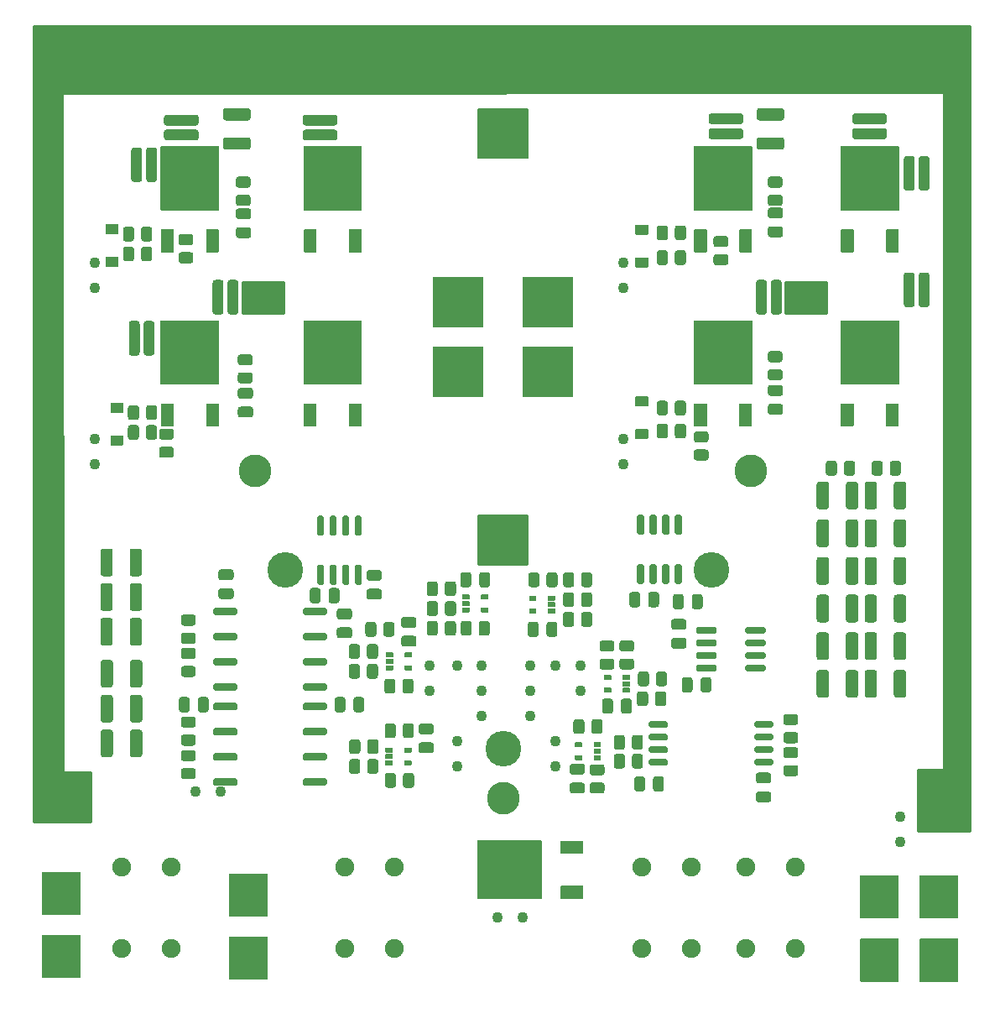
<source format=gts>
G04 #@! TF.GenerationSoftware,KiCad,Pcbnew,5.1.7-a382d34a8~88~ubuntu20.04.1*
G04 #@! TF.CreationDate,2021-05-21T20:55:17+02:00*
G04 #@! TF.ProjectId,Power,506f7765-722e-46b6-9963-61645f706362,rev?*
G04 #@! TF.SameCoordinates,Original*
G04 #@! TF.FileFunction,Soldermask,Top*
G04 #@! TF.FilePolarity,Negative*
%FSLAX46Y46*%
G04 Gerber Fmt 4.6, Leading zero omitted, Abs format (unit mm)*
G04 Created by KiCad (PCBNEW 5.1.7-a382d34a8~88~ubuntu20.04.1) date 2021-05-21 20:55:17*
%MOMM*%
%LPD*%
G01*
G04 APERTURE LIST*
%ADD10C,3.600000*%
%ADD11C,3.300000*%
%ADD12C,1.100000*%
%ADD13C,1.903400*%
%ADD14C,0.254000*%
%ADD15C,0.150000*%
G04 APERTURE END LIST*
G04 #@! TO.C,U7*
G36*
G01*
X62750000Y-110977500D02*
X62750000Y-110602500D01*
G75*
G02*
X62937500Y-110415000I187500J0D01*
G01*
X65012500Y-110415000D01*
G75*
G02*
X65200000Y-110602500I0J-187500D01*
G01*
X65200000Y-110977500D01*
G75*
G02*
X65012500Y-111165000I-187500J0D01*
G01*
X62937500Y-111165000D01*
G75*
G02*
X62750000Y-110977500I0J187500D01*
G01*
G37*
G36*
G01*
X62750000Y-113517500D02*
X62750000Y-113142500D01*
G75*
G02*
X62937500Y-112955000I187500J0D01*
G01*
X65012500Y-112955000D01*
G75*
G02*
X65200000Y-113142500I0J-187500D01*
G01*
X65200000Y-113517500D01*
G75*
G02*
X65012500Y-113705000I-187500J0D01*
G01*
X62937500Y-113705000D01*
G75*
G02*
X62750000Y-113517500I0J187500D01*
G01*
G37*
G36*
G01*
X62750000Y-116057500D02*
X62750000Y-115682500D01*
G75*
G02*
X62937500Y-115495000I187500J0D01*
G01*
X65012500Y-115495000D01*
G75*
G02*
X65200000Y-115682500I0J-187500D01*
G01*
X65200000Y-116057500D01*
G75*
G02*
X65012500Y-116245000I-187500J0D01*
G01*
X62937500Y-116245000D01*
G75*
G02*
X62750000Y-116057500I0J187500D01*
G01*
G37*
G36*
G01*
X62750000Y-118597500D02*
X62750000Y-118222500D01*
G75*
G02*
X62937500Y-118035000I187500J0D01*
G01*
X65012500Y-118035000D01*
G75*
G02*
X65200000Y-118222500I0J-187500D01*
G01*
X65200000Y-118597500D01*
G75*
G02*
X65012500Y-118785000I-187500J0D01*
G01*
X62937500Y-118785000D01*
G75*
G02*
X62750000Y-118597500I0J187500D01*
G01*
G37*
G36*
G01*
X71800000Y-118597500D02*
X71800000Y-118222500D01*
G75*
G02*
X71987500Y-118035000I187500J0D01*
G01*
X74062500Y-118035000D01*
G75*
G02*
X74250000Y-118222500I0J-187500D01*
G01*
X74250000Y-118597500D01*
G75*
G02*
X74062500Y-118785000I-187500J0D01*
G01*
X71987500Y-118785000D01*
G75*
G02*
X71800000Y-118597500I0J187500D01*
G01*
G37*
G36*
G01*
X71800000Y-116057500D02*
X71800000Y-115682500D01*
G75*
G02*
X71987500Y-115495000I187500J0D01*
G01*
X74062500Y-115495000D01*
G75*
G02*
X74250000Y-115682500I0J-187500D01*
G01*
X74250000Y-116057500D01*
G75*
G02*
X74062500Y-116245000I-187500J0D01*
G01*
X71987500Y-116245000D01*
G75*
G02*
X71800000Y-116057500I0J187500D01*
G01*
G37*
G36*
G01*
X71800000Y-113517500D02*
X71800000Y-113142500D01*
G75*
G02*
X71987500Y-112955000I187500J0D01*
G01*
X74062500Y-112955000D01*
G75*
G02*
X74250000Y-113142500I0J-187500D01*
G01*
X74250000Y-113517500D01*
G75*
G02*
X74062500Y-113705000I-187500J0D01*
G01*
X71987500Y-113705000D01*
G75*
G02*
X71800000Y-113517500I0J187500D01*
G01*
G37*
G36*
G01*
X71800000Y-110977500D02*
X71800000Y-110602500D01*
G75*
G02*
X71987500Y-110415000I187500J0D01*
G01*
X74062500Y-110415000D01*
G75*
G02*
X74250000Y-110602500I0J-187500D01*
G01*
X74250000Y-110977500D01*
G75*
G02*
X74062500Y-111165000I-187500J0D01*
G01*
X71987500Y-111165000D01*
G75*
G02*
X71800000Y-110977500I0J187500D01*
G01*
G37*
G04 #@! TD*
G04 #@! TO.C,U6*
G36*
G01*
X62755001Y-101377500D02*
X62755001Y-101002500D01*
G75*
G02*
X62942501Y-100815000I187500J0D01*
G01*
X65017501Y-100815000D01*
G75*
G02*
X65205001Y-101002500I0J-187500D01*
G01*
X65205001Y-101377500D01*
G75*
G02*
X65017501Y-101565000I-187500J0D01*
G01*
X62942501Y-101565000D01*
G75*
G02*
X62755001Y-101377500I0J187500D01*
G01*
G37*
G36*
G01*
X62755001Y-103917500D02*
X62755001Y-103542500D01*
G75*
G02*
X62942501Y-103355000I187500J0D01*
G01*
X65017501Y-103355000D01*
G75*
G02*
X65205001Y-103542500I0J-187500D01*
G01*
X65205001Y-103917500D01*
G75*
G02*
X65017501Y-104105000I-187500J0D01*
G01*
X62942501Y-104105000D01*
G75*
G02*
X62755001Y-103917500I0J187500D01*
G01*
G37*
G36*
G01*
X62755001Y-106457500D02*
X62755001Y-106082500D01*
G75*
G02*
X62942501Y-105895000I187500J0D01*
G01*
X65017501Y-105895000D01*
G75*
G02*
X65205001Y-106082500I0J-187500D01*
G01*
X65205001Y-106457500D01*
G75*
G02*
X65017501Y-106645000I-187500J0D01*
G01*
X62942501Y-106645000D01*
G75*
G02*
X62755001Y-106457500I0J187500D01*
G01*
G37*
G36*
G01*
X62755001Y-108997500D02*
X62755001Y-108622500D01*
G75*
G02*
X62942501Y-108435000I187500J0D01*
G01*
X65017501Y-108435000D01*
G75*
G02*
X65205001Y-108622500I0J-187500D01*
G01*
X65205001Y-108997500D01*
G75*
G02*
X65017501Y-109185000I-187500J0D01*
G01*
X62942501Y-109185000D01*
G75*
G02*
X62755001Y-108997500I0J187500D01*
G01*
G37*
G36*
G01*
X71805001Y-108997500D02*
X71805001Y-108622500D01*
G75*
G02*
X71992501Y-108435000I187500J0D01*
G01*
X74067501Y-108435000D01*
G75*
G02*
X74255001Y-108622500I0J-187500D01*
G01*
X74255001Y-108997500D01*
G75*
G02*
X74067501Y-109185000I-187500J0D01*
G01*
X71992501Y-109185000D01*
G75*
G02*
X71805001Y-108997500I0J187500D01*
G01*
G37*
G36*
G01*
X71805001Y-106457500D02*
X71805001Y-106082500D01*
G75*
G02*
X71992501Y-105895000I187500J0D01*
G01*
X74067501Y-105895000D01*
G75*
G02*
X74255001Y-106082500I0J-187500D01*
G01*
X74255001Y-106457500D01*
G75*
G02*
X74067501Y-106645000I-187500J0D01*
G01*
X71992501Y-106645000D01*
G75*
G02*
X71805001Y-106457500I0J187500D01*
G01*
G37*
G36*
G01*
X71805001Y-103917500D02*
X71805001Y-103542500D01*
G75*
G02*
X71992501Y-103355000I187500J0D01*
G01*
X74067501Y-103355000D01*
G75*
G02*
X74255001Y-103542500I0J-187500D01*
G01*
X74255001Y-103917500D01*
G75*
G02*
X74067501Y-104105000I-187500J0D01*
G01*
X71992501Y-104105000D01*
G75*
G02*
X71805001Y-103917500I0J187500D01*
G01*
G37*
G36*
G01*
X71805001Y-101377500D02*
X71805001Y-101002500D01*
G75*
G02*
X71992501Y-100815000I187500J0D01*
G01*
X74067501Y-100815000D01*
G75*
G02*
X74255001Y-101002500I0J-187500D01*
G01*
X74255001Y-101377500D01*
G75*
G02*
X74067501Y-101565000I-187500J0D01*
G01*
X71992501Y-101565000D01*
G75*
G02*
X71805001Y-101377500I0J187500D01*
G01*
G37*
G04 #@! TD*
D10*
G04 #@! TO.C,H4*
X70000000Y-97000000D03*
G04 #@! TD*
G04 #@! TO.C,H3*
X113000000Y-97000000D03*
G04 #@! TD*
G04 #@! TO.C,H2*
X92000000Y-115000000D03*
G04 #@! TD*
G04 #@! TO.C,JP10*
G36*
G01*
X119050000Y-70975000D02*
X119050000Y-68025000D01*
G75*
G02*
X119325000Y-67750000I275000J0D01*
G01*
X119875000Y-67750000D01*
G75*
G02*
X120150000Y-68025000I0J-275000D01*
G01*
X120150000Y-70975000D01*
G75*
G02*
X119875000Y-71250000I-275000J0D01*
G01*
X119325000Y-71250000D01*
G75*
G02*
X119050000Y-70975000I0J275000D01*
G01*
G37*
G36*
G01*
X117550000Y-70975000D02*
X117550000Y-68025000D01*
G75*
G02*
X117825000Y-67750000I275000J0D01*
G01*
X118375000Y-67750000D01*
G75*
G02*
X118650000Y-68025000I0J-275000D01*
G01*
X118650000Y-70975000D01*
G75*
G02*
X118375000Y-71250000I-275000J0D01*
G01*
X117825000Y-71250000D01*
G75*
G02*
X117550000Y-70975000I0J275000D01*
G01*
G37*
G04 #@! TD*
G04 #@! TO.C,JP9*
G36*
G01*
X64200000Y-70975000D02*
X64200000Y-68025000D01*
G75*
G02*
X64475000Y-67750000I275000J0D01*
G01*
X65025000Y-67750000D01*
G75*
G02*
X65300000Y-68025000I0J-275000D01*
G01*
X65300000Y-70975000D01*
G75*
G02*
X65025000Y-71250000I-275000J0D01*
G01*
X64475000Y-71250000D01*
G75*
G02*
X64200000Y-70975000I0J275000D01*
G01*
G37*
G36*
G01*
X62700000Y-70975000D02*
X62700000Y-68025000D01*
G75*
G02*
X62975000Y-67750000I275000J0D01*
G01*
X63525000Y-67750000D01*
G75*
G02*
X63800000Y-68025000I0J-275000D01*
G01*
X63800000Y-70975000D01*
G75*
G02*
X63525000Y-71250000I-275000J0D01*
G01*
X62975000Y-71250000D01*
G75*
G02*
X62700000Y-70975000I0J275000D01*
G01*
G37*
G04 #@! TD*
G04 #@! TO.C,JP8*
G36*
G01*
X133950000Y-58475000D02*
X133950000Y-55525000D01*
G75*
G02*
X134225000Y-55250000I275000J0D01*
G01*
X134775000Y-55250000D01*
G75*
G02*
X135050000Y-55525000I0J-275000D01*
G01*
X135050000Y-58475000D01*
G75*
G02*
X134775000Y-58750000I-275000J0D01*
G01*
X134225000Y-58750000D01*
G75*
G02*
X133950000Y-58475000I0J275000D01*
G01*
G37*
G36*
G01*
X132450000Y-58475000D02*
X132450000Y-55525000D01*
G75*
G02*
X132725000Y-55250000I275000J0D01*
G01*
X133275000Y-55250000D01*
G75*
G02*
X133550000Y-55525000I0J-275000D01*
G01*
X133550000Y-58475000D01*
G75*
G02*
X133275000Y-58750000I-275000J0D01*
G01*
X132725000Y-58750000D01*
G75*
G02*
X132450000Y-58475000I0J275000D01*
G01*
G37*
G04 #@! TD*
G04 #@! TO.C,JP7*
G36*
G01*
X130475000Y-52050000D02*
X127525000Y-52050000D01*
G75*
G02*
X127250000Y-51775000I0J275000D01*
G01*
X127250000Y-51225000D01*
G75*
G02*
X127525000Y-50950000I275000J0D01*
G01*
X130475000Y-50950000D01*
G75*
G02*
X130750000Y-51225000I0J-275000D01*
G01*
X130750000Y-51775000D01*
G75*
G02*
X130475000Y-52050000I-275000J0D01*
G01*
G37*
G36*
G01*
X130475000Y-53550000D02*
X127525000Y-53550000D01*
G75*
G02*
X127250000Y-53275000I0J275000D01*
G01*
X127250000Y-52725000D01*
G75*
G02*
X127525000Y-52450000I275000J0D01*
G01*
X130475000Y-52450000D01*
G75*
G02*
X130750000Y-52725000I0J-275000D01*
G01*
X130750000Y-53275000D01*
G75*
G02*
X130475000Y-53550000I-275000J0D01*
G01*
G37*
G04 #@! TD*
G04 #@! TO.C,C38*
G36*
G01*
X99000000Y-118450000D02*
X100000000Y-118450000D01*
G75*
G02*
X100275000Y-118725000I0J-275000D01*
G01*
X100275000Y-119275000D01*
G75*
G02*
X100000000Y-119550000I-275000J0D01*
G01*
X99000000Y-119550000D01*
G75*
G02*
X98725000Y-119275000I0J275000D01*
G01*
X98725000Y-118725000D01*
G75*
G02*
X99000000Y-118450000I275000J0D01*
G01*
G37*
G36*
G01*
X99000000Y-116550000D02*
X100000000Y-116550000D01*
G75*
G02*
X100275000Y-116825000I0J-275000D01*
G01*
X100275000Y-117375000D01*
G75*
G02*
X100000000Y-117650000I-275000J0D01*
G01*
X99000000Y-117650000D01*
G75*
G02*
X98725000Y-117375000I0J275000D01*
G01*
X98725000Y-116825000D01*
G75*
G02*
X99000000Y-116550000I275000J0D01*
G01*
G37*
G04 #@! TD*
G04 #@! TO.C,C34*
G36*
G01*
X83000000Y-102850000D02*
X82000000Y-102850000D01*
G75*
G02*
X81725000Y-102575000I0J275000D01*
G01*
X81725000Y-102025000D01*
G75*
G02*
X82000000Y-101750000I275000J0D01*
G01*
X83000000Y-101750000D01*
G75*
G02*
X83275000Y-102025000I0J-275000D01*
G01*
X83275000Y-102575000D01*
G75*
G02*
X83000000Y-102850000I-275000J0D01*
G01*
G37*
G36*
G01*
X83000000Y-104750000D02*
X82000000Y-104750000D01*
G75*
G02*
X81725000Y-104475000I0J275000D01*
G01*
X81725000Y-103925000D01*
G75*
G02*
X82000000Y-103650000I275000J0D01*
G01*
X83000000Y-103650000D01*
G75*
G02*
X83275000Y-103925000I0J-275000D01*
G01*
X83275000Y-104475000D01*
G75*
G02*
X83000000Y-104750000I-275000J0D01*
G01*
G37*
G04 #@! TD*
G04 #@! TO.C,C33*
G36*
G01*
X84750000Y-113600000D02*
X83750000Y-113600000D01*
G75*
G02*
X83475000Y-113325000I0J275000D01*
G01*
X83475000Y-112775000D01*
G75*
G02*
X83750000Y-112500000I275000J0D01*
G01*
X84750000Y-112500000D01*
G75*
G02*
X85025000Y-112775000I0J-275000D01*
G01*
X85025000Y-113325000D01*
G75*
G02*
X84750000Y-113600000I-275000J0D01*
G01*
G37*
G36*
G01*
X84750000Y-115500000D02*
X83750000Y-115500000D01*
G75*
G02*
X83475000Y-115225000I0J275000D01*
G01*
X83475000Y-114675000D01*
G75*
G02*
X83750000Y-114400000I275000J0D01*
G01*
X84750000Y-114400000D01*
G75*
G02*
X85025000Y-114675000I0J-275000D01*
G01*
X85025000Y-115225000D01*
G75*
G02*
X84750000Y-115500000I-275000J0D01*
G01*
G37*
G04 #@! TD*
G04 #@! TO.C,F4*
G36*
G01*
X137905000Y-132170000D02*
X134095000Y-132170000D01*
G75*
G02*
X134045000Y-132120000I0J50000D01*
G01*
X134045000Y-127880000D01*
G75*
G02*
X134095000Y-127830000I50000J0D01*
G01*
X137905000Y-127830000D01*
G75*
G02*
X137955000Y-127880000I0J-50000D01*
G01*
X137955000Y-132120000D01*
G75*
G02*
X137905000Y-132170000I-50000J0D01*
G01*
G37*
G36*
G01*
X137905000Y-138550000D02*
X134095000Y-138550000D01*
G75*
G02*
X134045000Y-138500000I0J50000D01*
G01*
X134045000Y-134260000D01*
G75*
G02*
X134095000Y-134210000I50000J0D01*
G01*
X137905000Y-134210000D01*
G75*
G02*
X137955000Y-134260000I0J-50000D01*
G01*
X137955000Y-138500000D01*
G75*
G02*
X137905000Y-138550000I-50000J0D01*
G01*
G37*
G04 #@! TD*
G04 #@! TO.C,F3*
G36*
G01*
X64395000Y-134020000D02*
X68205000Y-134020000D01*
G75*
G02*
X68255000Y-134070000I0J-50000D01*
G01*
X68255000Y-138310000D01*
G75*
G02*
X68205000Y-138360000I-50000J0D01*
G01*
X64395000Y-138360000D01*
G75*
G02*
X64345000Y-138310000I0J50000D01*
G01*
X64345000Y-134070000D01*
G75*
G02*
X64395000Y-134020000I50000J0D01*
G01*
G37*
G36*
G01*
X64395000Y-127640000D02*
X68205000Y-127640000D01*
G75*
G02*
X68255000Y-127690000I0J-50000D01*
G01*
X68255000Y-131930000D01*
G75*
G02*
X68205000Y-131980000I-50000J0D01*
G01*
X64395000Y-131980000D01*
G75*
G02*
X64345000Y-131930000I0J50000D01*
G01*
X64345000Y-127690000D01*
G75*
G02*
X64395000Y-127640000I50000J0D01*
G01*
G37*
G04 #@! TD*
G04 #@! TO.C,F2*
G36*
G01*
X45495000Y-133830000D02*
X49305000Y-133830000D01*
G75*
G02*
X49355000Y-133880000I0J-50000D01*
G01*
X49355000Y-138120000D01*
G75*
G02*
X49305000Y-138170000I-50000J0D01*
G01*
X45495000Y-138170000D01*
G75*
G02*
X45445000Y-138120000I0J50000D01*
G01*
X45445000Y-133880000D01*
G75*
G02*
X45495000Y-133830000I50000J0D01*
G01*
G37*
G36*
G01*
X45495000Y-127450000D02*
X49305000Y-127450000D01*
G75*
G02*
X49355000Y-127500000I0J-50000D01*
G01*
X49355000Y-131740000D01*
G75*
G02*
X49305000Y-131790000I-50000J0D01*
G01*
X45495000Y-131790000D01*
G75*
G02*
X45445000Y-131740000I0J50000D01*
G01*
X45445000Y-127500000D01*
G75*
G02*
X45495000Y-127450000I50000J0D01*
G01*
G37*
G04 #@! TD*
G04 #@! TO.C,F1*
G36*
G01*
X131905000Y-132170000D02*
X128095000Y-132170000D01*
G75*
G02*
X128045000Y-132120000I0J50000D01*
G01*
X128045000Y-127880000D01*
G75*
G02*
X128095000Y-127830000I50000J0D01*
G01*
X131905000Y-127830000D01*
G75*
G02*
X131955000Y-127880000I0J-50000D01*
G01*
X131955000Y-132120000D01*
G75*
G02*
X131905000Y-132170000I-50000J0D01*
G01*
G37*
G36*
G01*
X131905000Y-138550000D02*
X128095000Y-138550000D01*
G75*
G02*
X128045000Y-138500000I0J50000D01*
G01*
X128045000Y-134260000D01*
G75*
G02*
X128095000Y-134210000I50000J0D01*
G01*
X131905000Y-134210000D01*
G75*
G02*
X131955000Y-134260000I0J-50000D01*
G01*
X131955000Y-138500000D01*
G75*
G02*
X131905000Y-138550000I-50000J0D01*
G01*
G37*
G04 #@! TD*
D11*
G04 #@! TO.C,H1*
X67000000Y-87000000D03*
X47000000Y-120000000D03*
X136450000Y-45700000D03*
X117000000Y-87000000D03*
X92000000Y-120000000D03*
X137000000Y-120000000D03*
X47550000Y-45700000D03*
G04 #@! TD*
G04 #@! TO.C,C32*
G36*
G01*
X103900000Y-111250000D02*
X103900000Y-110250000D01*
G75*
G02*
X104175000Y-109975000I275000J0D01*
G01*
X104725000Y-109975000D01*
G75*
G02*
X105000000Y-110250000I0J-275000D01*
G01*
X105000000Y-111250000D01*
G75*
G02*
X104725000Y-111525000I-275000J0D01*
G01*
X104175000Y-111525000D01*
G75*
G02*
X103900000Y-111250000I0J275000D01*
G01*
G37*
G36*
G01*
X102000000Y-111250000D02*
X102000000Y-110250000D01*
G75*
G02*
X102275000Y-109975000I275000J0D01*
G01*
X102825000Y-109975000D01*
G75*
G02*
X103100000Y-110250000I0J-275000D01*
G01*
X103100000Y-111250000D01*
G75*
G02*
X102825000Y-111525000I-275000J0D01*
G01*
X102275000Y-111525000D01*
G75*
G02*
X102000000Y-111250000I0J275000D01*
G01*
G37*
G04 #@! TD*
G04 #@! TO.C,C31*
G36*
G01*
X96400000Y-103500000D02*
X96400000Y-102500000D01*
G75*
G02*
X96675000Y-102225000I275000J0D01*
G01*
X97225000Y-102225000D01*
G75*
G02*
X97500000Y-102500000I0J-275000D01*
G01*
X97500000Y-103500000D01*
G75*
G02*
X97225000Y-103775000I-275000J0D01*
G01*
X96675000Y-103775000D01*
G75*
G02*
X96400000Y-103500000I0J275000D01*
G01*
G37*
G36*
G01*
X94500000Y-103500000D02*
X94500000Y-102500000D01*
G75*
G02*
X94775000Y-102225000I275000J0D01*
G01*
X95325000Y-102225000D01*
G75*
G02*
X95600000Y-102500000I0J-275000D01*
G01*
X95600000Y-103500000D01*
G75*
G02*
X95325000Y-103775000I-275000J0D01*
G01*
X94775000Y-103775000D01*
G75*
G02*
X94500000Y-103500000I0J275000D01*
G01*
G37*
G04 #@! TD*
G04 #@! TO.C,C30*
G36*
G01*
X88800000Y-97500000D02*
X88800000Y-98500000D01*
G75*
G02*
X88525000Y-98775000I-275000J0D01*
G01*
X87975000Y-98775000D01*
G75*
G02*
X87700000Y-98500000I0J275000D01*
G01*
X87700000Y-97500000D01*
G75*
G02*
X87975000Y-97225000I275000J0D01*
G01*
X88525000Y-97225000D01*
G75*
G02*
X88800000Y-97500000I0J-275000D01*
G01*
G37*
G36*
G01*
X90700000Y-97500000D02*
X90700000Y-98500000D01*
G75*
G02*
X90425000Y-98775000I-275000J0D01*
G01*
X89875000Y-98775000D01*
G75*
G02*
X89600000Y-98500000I0J275000D01*
G01*
X89600000Y-97500000D01*
G75*
G02*
X89875000Y-97225000I275000J0D01*
G01*
X90425000Y-97225000D01*
G75*
G02*
X90700000Y-97500000I0J-275000D01*
G01*
G37*
G04 #@! TD*
D12*
G04 #@! TO.C,J34*
X63500000Y-119380000D03*
G04 #@! TD*
G04 #@! TO.C,J3*
X60960000Y-119380000D03*
G04 #@! TD*
G04 #@! TO.C,J33*
X132080000Y-121920000D03*
G04 #@! TD*
G04 #@! TO.C,J30*
X132080000Y-124460000D03*
G04 #@! TD*
G04 #@! TO.C,J27*
X89800000Y-109220000D03*
G04 #@! TD*
G04 #@! TO.C,J15*
X89800000Y-106680000D03*
G04 #@! TD*
G04 #@! TO.C,Q3*
G36*
G01*
X95900000Y-124350000D02*
X95900000Y-130150000D01*
G75*
G02*
X95850000Y-130200000I-50000J0D01*
G01*
X89450000Y-130200000D01*
G75*
G02*
X89400000Y-130150000I0J50000D01*
G01*
X89400000Y-124350000D01*
G75*
G02*
X89450000Y-124300000I50000J0D01*
G01*
X95850000Y-124300000D01*
G75*
G02*
X95900000Y-124350000I0J-50000D01*
G01*
G37*
G36*
G01*
X100100000Y-124370000D02*
X100100000Y-125570000D01*
G75*
G02*
X100050000Y-125620000I-50000J0D01*
G01*
X97850000Y-125620000D01*
G75*
G02*
X97800000Y-125570000I0J50000D01*
G01*
X97800000Y-124370000D01*
G75*
G02*
X97850000Y-124320000I50000J0D01*
G01*
X100050000Y-124320000D01*
G75*
G02*
X100100000Y-124370000I0J-50000D01*
G01*
G37*
G36*
G01*
X100100000Y-128930000D02*
X100100000Y-130130000D01*
G75*
G02*
X100050000Y-130180000I-50000J0D01*
G01*
X97850000Y-130180000D01*
G75*
G02*
X97800000Y-130130000I0J50000D01*
G01*
X97800000Y-128930000D01*
G75*
G02*
X97850000Y-128880000I50000J0D01*
G01*
X100050000Y-128880000D01*
G75*
G02*
X100100000Y-128930000I0J-50000D01*
G01*
G37*
G04 #@! TD*
G04 #@! TO.C,U13*
G36*
G01*
X102925000Y-108950000D02*
X102925000Y-109350000D01*
G75*
G02*
X102875000Y-109400000I-50000J0D01*
G01*
X102225000Y-109400000D01*
G75*
G02*
X102175000Y-109350000I0J50000D01*
G01*
X102175000Y-108950000D01*
G75*
G02*
X102225000Y-108900000I50000J0D01*
G01*
X102875000Y-108900000D01*
G75*
G02*
X102925000Y-108950000I0J-50000D01*
G01*
G37*
G36*
G01*
X102925000Y-107650000D02*
X102925000Y-108050000D01*
G75*
G02*
X102875000Y-108100000I-50000J0D01*
G01*
X102225000Y-108100000D01*
G75*
G02*
X102175000Y-108050000I0J50000D01*
G01*
X102175000Y-107650000D01*
G75*
G02*
X102225000Y-107600000I50000J0D01*
G01*
X102875000Y-107600000D01*
G75*
G02*
X102925000Y-107650000I0J-50000D01*
G01*
G37*
G36*
G01*
X104825000Y-108300000D02*
X104825000Y-108700000D01*
G75*
G02*
X104775000Y-108750000I-50000J0D01*
G01*
X104125000Y-108750000D01*
G75*
G02*
X104075000Y-108700000I0J50000D01*
G01*
X104075000Y-108300000D01*
G75*
G02*
X104125000Y-108250000I50000J0D01*
G01*
X104775000Y-108250000D01*
G75*
G02*
X104825000Y-108300000I0J-50000D01*
G01*
G37*
G36*
G01*
X104825000Y-107650000D02*
X104825000Y-108050000D01*
G75*
G02*
X104775000Y-108100000I-50000J0D01*
G01*
X104125000Y-108100000D01*
G75*
G02*
X104075000Y-108050000I0J50000D01*
G01*
X104075000Y-107650000D01*
G75*
G02*
X104125000Y-107600000I50000J0D01*
G01*
X104775000Y-107600000D01*
G75*
G02*
X104825000Y-107650000I0J-50000D01*
G01*
G37*
G36*
G01*
X104825000Y-108950000D02*
X104825000Y-109350000D01*
G75*
G02*
X104775000Y-109400000I-50000J0D01*
G01*
X104125000Y-109400000D01*
G75*
G02*
X104075000Y-109350000I0J50000D01*
G01*
X104075000Y-108950000D01*
G75*
G02*
X104125000Y-108900000I50000J0D01*
G01*
X104775000Y-108900000D01*
G75*
G02*
X104825000Y-108950000I0J-50000D01*
G01*
G37*
G04 #@! TD*
G04 #@! TO.C,U3*
G36*
G01*
X113550000Y-106730000D02*
X113550000Y-107080000D01*
G75*
G02*
X113375000Y-107255000I-175000J0D01*
G01*
X111675000Y-107255000D01*
G75*
G02*
X111500000Y-107080000I0J175000D01*
G01*
X111500000Y-106730000D01*
G75*
G02*
X111675000Y-106555000I175000J0D01*
G01*
X113375000Y-106555000D01*
G75*
G02*
X113550000Y-106730000I0J-175000D01*
G01*
G37*
G36*
G01*
X113550000Y-105460000D02*
X113550000Y-105810000D01*
G75*
G02*
X113375000Y-105985000I-175000J0D01*
G01*
X111675000Y-105985000D01*
G75*
G02*
X111500000Y-105810000I0J175000D01*
G01*
X111500000Y-105460000D01*
G75*
G02*
X111675000Y-105285000I175000J0D01*
G01*
X113375000Y-105285000D01*
G75*
G02*
X113550000Y-105460000I0J-175000D01*
G01*
G37*
G36*
G01*
X113550000Y-104190000D02*
X113550000Y-104540000D01*
G75*
G02*
X113375000Y-104715000I-175000J0D01*
G01*
X111675000Y-104715000D01*
G75*
G02*
X111500000Y-104540000I0J175000D01*
G01*
X111500000Y-104190000D01*
G75*
G02*
X111675000Y-104015000I175000J0D01*
G01*
X113375000Y-104015000D01*
G75*
G02*
X113550000Y-104190000I0J-175000D01*
G01*
G37*
G36*
G01*
X113550000Y-102920000D02*
X113550000Y-103270000D01*
G75*
G02*
X113375000Y-103445000I-175000J0D01*
G01*
X111675000Y-103445000D01*
G75*
G02*
X111500000Y-103270000I0J175000D01*
G01*
X111500000Y-102920000D01*
G75*
G02*
X111675000Y-102745000I175000J0D01*
G01*
X113375000Y-102745000D01*
G75*
G02*
X113550000Y-102920000I0J-175000D01*
G01*
G37*
G36*
G01*
X118500000Y-102920000D02*
X118500000Y-103270000D01*
G75*
G02*
X118325000Y-103445000I-175000J0D01*
G01*
X116625000Y-103445000D01*
G75*
G02*
X116450000Y-103270000I0J175000D01*
G01*
X116450000Y-102920000D01*
G75*
G02*
X116625000Y-102745000I175000J0D01*
G01*
X118325000Y-102745000D01*
G75*
G02*
X118500000Y-102920000I0J-175000D01*
G01*
G37*
G36*
G01*
X118500000Y-104190000D02*
X118500000Y-104540000D01*
G75*
G02*
X118325000Y-104715000I-175000J0D01*
G01*
X116625000Y-104715000D01*
G75*
G02*
X116450000Y-104540000I0J175000D01*
G01*
X116450000Y-104190000D01*
G75*
G02*
X116625000Y-104015000I175000J0D01*
G01*
X118325000Y-104015000D01*
G75*
G02*
X118500000Y-104190000I0J-175000D01*
G01*
G37*
G36*
G01*
X118500000Y-105460000D02*
X118500000Y-105810000D01*
G75*
G02*
X118325000Y-105985000I-175000J0D01*
G01*
X116625000Y-105985000D01*
G75*
G02*
X116450000Y-105810000I0J175000D01*
G01*
X116450000Y-105460000D01*
G75*
G02*
X116625000Y-105285000I175000J0D01*
G01*
X118325000Y-105285000D01*
G75*
G02*
X118500000Y-105460000I0J-175000D01*
G01*
G37*
G36*
G01*
X118500000Y-106730000D02*
X118500000Y-107080000D01*
G75*
G02*
X118325000Y-107255000I-175000J0D01*
G01*
X116625000Y-107255000D01*
G75*
G02*
X116450000Y-107080000I0J175000D01*
G01*
X116450000Y-106730000D01*
G75*
G02*
X116625000Y-106555000I175000J0D01*
G01*
X118325000Y-106555000D01*
G75*
G02*
X118500000Y-106730000I0J-175000D01*
G01*
G37*
G04 #@! TD*
G04 #@! TO.C,R30*
G36*
G01*
X102975612Y-105237500D02*
X102024388Y-105237500D01*
G75*
G02*
X101750000Y-104963112I0J274388D01*
G01*
X101750000Y-104386888D01*
G75*
G02*
X102024388Y-104112500I274388J0D01*
G01*
X102975612Y-104112500D01*
G75*
G02*
X103250000Y-104386888I0J-274388D01*
G01*
X103250000Y-104963112D01*
G75*
G02*
X102975612Y-105237500I-274388J0D01*
G01*
G37*
G36*
G01*
X102975612Y-107062500D02*
X102024388Y-107062500D01*
G75*
G02*
X101750000Y-106788112I0J274388D01*
G01*
X101750000Y-106211888D01*
G75*
G02*
X102024388Y-105937500I274388J0D01*
G01*
X102975612Y-105937500D01*
G75*
G02*
X103250000Y-106211888I0J-274388D01*
G01*
X103250000Y-106788112D01*
G75*
G02*
X102975612Y-107062500I-274388J0D01*
G01*
G37*
G04 #@! TD*
G04 #@! TO.C,R25*
G36*
G01*
X107350000Y-110475612D02*
X107350000Y-109524388D01*
G75*
G02*
X107624388Y-109250000I274388J0D01*
G01*
X108200612Y-109250000D01*
G75*
G02*
X108475000Y-109524388I0J-274388D01*
G01*
X108475000Y-110475612D01*
G75*
G02*
X108200612Y-110750000I-274388J0D01*
G01*
X107624388Y-110750000D01*
G75*
G02*
X107350000Y-110475612I0J274388D01*
G01*
G37*
G36*
G01*
X105525000Y-110475612D02*
X105525000Y-109524388D01*
G75*
G02*
X105799388Y-109250000I274388J0D01*
G01*
X106375612Y-109250000D01*
G75*
G02*
X106650000Y-109524388I0J-274388D01*
G01*
X106650000Y-110475612D01*
G75*
G02*
X106375612Y-110750000I-274388J0D01*
G01*
X105799388Y-110750000D01*
G75*
G02*
X105525000Y-110475612I0J274388D01*
G01*
G37*
G04 #@! TD*
G04 #@! TO.C,R22*
G36*
G01*
X104024388Y-105937500D02*
X104975612Y-105937500D01*
G75*
G02*
X105250000Y-106211888I0J-274388D01*
G01*
X105250000Y-106788112D01*
G75*
G02*
X104975612Y-107062500I-274388J0D01*
G01*
X104024388Y-107062500D01*
G75*
G02*
X103750000Y-106788112I0J274388D01*
G01*
X103750000Y-106211888D01*
G75*
G02*
X104024388Y-105937500I274388J0D01*
G01*
G37*
G36*
G01*
X104024388Y-104112500D02*
X104975612Y-104112500D01*
G75*
G02*
X105250000Y-104386888I0J-274388D01*
G01*
X105250000Y-104963112D01*
G75*
G02*
X104975612Y-105237500I-274388J0D01*
G01*
X104024388Y-105237500D01*
G75*
G02*
X103750000Y-104963112I0J274388D01*
G01*
X103750000Y-104386888D01*
G75*
G02*
X104024388Y-104112500I274388J0D01*
G01*
G37*
G04 #@! TD*
G04 #@! TO.C,R21*
G36*
G01*
X106737500Y-107524388D02*
X106737500Y-108475612D01*
G75*
G02*
X106463112Y-108750000I-274388J0D01*
G01*
X105886888Y-108750000D01*
G75*
G02*
X105612500Y-108475612I0J274388D01*
G01*
X105612500Y-107524388D01*
G75*
G02*
X105886888Y-107250000I274388J0D01*
G01*
X106463112Y-107250000D01*
G75*
G02*
X106737500Y-107524388I0J-274388D01*
G01*
G37*
G36*
G01*
X108562500Y-107524388D02*
X108562500Y-108475612D01*
G75*
G02*
X108288112Y-108750000I-274388J0D01*
G01*
X107711888Y-108750000D01*
G75*
G02*
X107437500Y-108475612I0J274388D01*
G01*
X107437500Y-107524388D01*
G75*
G02*
X107711888Y-107250000I274388J0D01*
G01*
X108288112Y-107250000D01*
G75*
G02*
X108562500Y-107524388I0J-274388D01*
G01*
G37*
G04 #@! TD*
G04 #@! TO.C,C5*
G36*
G01*
X109250000Y-103850000D02*
X110250000Y-103850000D01*
G75*
G02*
X110525000Y-104125000I0J-275000D01*
G01*
X110525000Y-104675000D01*
G75*
G02*
X110250000Y-104950000I-275000J0D01*
G01*
X109250000Y-104950000D01*
G75*
G02*
X108975000Y-104675000I0J275000D01*
G01*
X108975000Y-104125000D01*
G75*
G02*
X109250000Y-103850000I275000J0D01*
G01*
G37*
G36*
G01*
X109250000Y-101950000D02*
X110250000Y-101950000D01*
G75*
G02*
X110525000Y-102225000I0J-275000D01*
G01*
X110525000Y-102775000D01*
G75*
G02*
X110250000Y-103050000I-275000J0D01*
G01*
X109250000Y-103050000D01*
G75*
G02*
X108975000Y-102775000I0J275000D01*
G01*
X108975000Y-102225000D01*
G75*
G02*
X109250000Y-101950000I275000J0D01*
G01*
G37*
G04 #@! TD*
G04 #@! TO.C,C4*
G36*
G01*
X111950000Y-109100000D02*
X111950000Y-108100000D01*
G75*
G02*
X112225000Y-107825000I275000J0D01*
G01*
X112775000Y-107825000D01*
G75*
G02*
X113050000Y-108100000I0J-275000D01*
G01*
X113050000Y-109100000D01*
G75*
G02*
X112775000Y-109375000I-275000J0D01*
G01*
X112225000Y-109375000D01*
G75*
G02*
X111950000Y-109100000I0J275000D01*
G01*
G37*
G36*
G01*
X110050000Y-109100000D02*
X110050000Y-108100000D01*
G75*
G02*
X110325000Y-107825000I275000J0D01*
G01*
X110875000Y-107825000D01*
G75*
G02*
X111150000Y-108100000I0J-275000D01*
G01*
X111150000Y-109100000D01*
G75*
G02*
X110875000Y-109375000I-275000J0D01*
G01*
X110325000Y-109375000D01*
G75*
G02*
X110050000Y-109100000I0J275000D01*
G01*
G37*
G04 #@! TD*
G04 #@! TO.C,R27*
G36*
G01*
X85437500Y-98424388D02*
X85437500Y-99375612D01*
G75*
G02*
X85163112Y-99650000I-274388J0D01*
G01*
X84586888Y-99650000D01*
G75*
G02*
X84312500Y-99375612I0J274388D01*
G01*
X84312500Y-98424388D01*
G75*
G02*
X84586888Y-98150000I274388J0D01*
G01*
X85163112Y-98150000D01*
G75*
G02*
X85437500Y-98424388I0J-274388D01*
G01*
G37*
G36*
G01*
X87262500Y-98424388D02*
X87262500Y-99375612D01*
G75*
G02*
X86988112Y-99650000I-274388J0D01*
G01*
X86411888Y-99650000D01*
G75*
G02*
X86137500Y-99375612I0J274388D01*
G01*
X86137500Y-98424388D01*
G75*
G02*
X86411888Y-98150000I274388J0D01*
G01*
X86988112Y-98150000D01*
G75*
G02*
X87262500Y-98424388I0J-274388D01*
G01*
G37*
G04 #@! TD*
G04 #@! TO.C,R29*
G36*
G01*
X89550000Y-103375612D02*
X89550000Y-102424388D01*
G75*
G02*
X89824388Y-102150000I274388J0D01*
G01*
X90400612Y-102150000D01*
G75*
G02*
X90675000Y-102424388I0J-274388D01*
G01*
X90675000Y-103375612D01*
G75*
G02*
X90400612Y-103650000I-274388J0D01*
G01*
X89824388Y-103650000D01*
G75*
G02*
X89550000Y-103375612I0J274388D01*
G01*
G37*
G36*
G01*
X87725000Y-103375612D02*
X87725000Y-102424388D01*
G75*
G02*
X87999388Y-102150000I274388J0D01*
G01*
X88575612Y-102150000D01*
G75*
G02*
X88850000Y-102424388I0J-274388D01*
G01*
X88850000Y-103375612D01*
G75*
G02*
X88575612Y-103650000I-274388J0D01*
G01*
X87999388Y-103650000D01*
G75*
G02*
X87725000Y-103375612I0J274388D01*
G01*
G37*
G04 #@! TD*
G04 #@! TO.C,U1*
G36*
G01*
X77230000Y-96475000D02*
X77580000Y-96475000D01*
G75*
G02*
X77755000Y-96650000I0J-175000D01*
G01*
X77755000Y-98350000D01*
G75*
G02*
X77580000Y-98525000I-175000J0D01*
G01*
X77230000Y-98525000D01*
G75*
G02*
X77055000Y-98350000I0J175000D01*
G01*
X77055000Y-96650000D01*
G75*
G02*
X77230000Y-96475000I175000J0D01*
G01*
G37*
G36*
G01*
X75960000Y-96475000D02*
X76310000Y-96475000D01*
G75*
G02*
X76485000Y-96650000I0J-175000D01*
G01*
X76485000Y-98350000D01*
G75*
G02*
X76310000Y-98525000I-175000J0D01*
G01*
X75960000Y-98525000D01*
G75*
G02*
X75785000Y-98350000I0J175000D01*
G01*
X75785000Y-96650000D01*
G75*
G02*
X75960000Y-96475000I175000J0D01*
G01*
G37*
G36*
G01*
X74690000Y-96475000D02*
X75040000Y-96475000D01*
G75*
G02*
X75215000Y-96650000I0J-175000D01*
G01*
X75215000Y-98350000D01*
G75*
G02*
X75040000Y-98525000I-175000J0D01*
G01*
X74690000Y-98525000D01*
G75*
G02*
X74515000Y-98350000I0J175000D01*
G01*
X74515000Y-96650000D01*
G75*
G02*
X74690000Y-96475000I175000J0D01*
G01*
G37*
G36*
G01*
X73420000Y-96475000D02*
X73770000Y-96475000D01*
G75*
G02*
X73945000Y-96650000I0J-175000D01*
G01*
X73945000Y-98350000D01*
G75*
G02*
X73770000Y-98525000I-175000J0D01*
G01*
X73420000Y-98525000D01*
G75*
G02*
X73245000Y-98350000I0J175000D01*
G01*
X73245000Y-96650000D01*
G75*
G02*
X73420000Y-96475000I175000J0D01*
G01*
G37*
G36*
G01*
X73420000Y-91525000D02*
X73770000Y-91525000D01*
G75*
G02*
X73945000Y-91700000I0J-175000D01*
G01*
X73945000Y-93400000D01*
G75*
G02*
X73770000Y-93575000I-175000J0D01*
G01*
X73420000Y-93575000D01*
G75*
G02*
X73245000Y-93400000I0J175000D01*
G01*
X73245000Y-91700000D01*
G75*
G02*
X73420000Y-91525000I175000J0D01*
G01*
G37*
G36*
G01*
X74690000Y-91525000D02*
X75040000Y-91525000D01*
G75*
G02*
X75215000Y-91700000I0J-175000D01*
G01*
X75215000Y-93400000D01*
G75*
G02*
X75040000Y-93575000I-175000J0D01*
G01*
X74690000Y-93575000D01*
G75*
G02*
X74515000Y-93400000I0J175000D01*
G01*
X74515000Y-91700000D01*
G75*
G02*
X74690000Y-91525000I175000J0D01*
G01*
G37*
G36*
G01*
X75960000Y-91525000D02*
X76310000Y-91525000D01*
G75*
G02*
X76485000Y-91700000I0J-175000D01*
G01*
X76485000Y-93400000D01*
G75*
G02*
X76310000Y-93575000I-175000J0D01*
G01*
X75960000Y-93575000D01*
G75*
G02*
X75785000Y-93400000I0J175000D01*
G01*
X75785000Y-91700000D01*
G75*
G02*
X75960000Y-91525000I175000J0D01*
G01*
G37*
G36*
G01*
X77230000Y-91525000D02*
X77580000Y-91525000D01*
G75*
G02*
X77755000Y-91700000I0J-175000D01*
G01*
X77755000Y-93400000D01*
G75*
G02*
X77580000Y-93575000I-175000J0D01*
G01*
X77230000Y-93575000D01*
G75*
G02*
X77055000Y-93400000I0J175000D01*
G01*
X77055000Y-91700000D01*
G75*
G02*
X77230000Y-91525000I175000J0D01*
G01*
G37*
G04 #@! TD*
G04 #@! TO.C,U12*
G36*
G01*
X89775000Y-99950000D02*
X89775000Y-99550000D01*
G75*
G02*
X89825000Y-99500000I50000J0D01*
G01*
X90475000Y-99500000D01*
G75*
G02*
X90525000Y-99550000I0J-50000D01*
G01*
X90525000Y-99950000D01*
G75*
G02*
X90475000Y-100000000I-50000J0D01*
G01*
X89825000Y-100000000D01*
G75*
G02*
X89775000Y-99950000I0J50000D01*
G01*
G37*
G36*
G01*
X89775000Y-101250000D02*
X89775000Y-100850000D01*
G75*
G02*
X89825000Y-100800000I50000J0D01*
G01*
X90475000Y-100800000D01*
G75*
G02*
X90525000Y-100850000I0J-50000D01*
G01*
X90525000Y-101250000D01*
G75*
G02*
X90475000Y-101300000I-50000J0D01*
G01*
X89825000Y-101300000D01*
G75*
G02*
X89775000Y-101250000I0J50000D01*
G01*
G37*
G36*
G01*
X87875000Y-100600000D02*
X87875000Y-100200000D01*
G75*
G02*
X87925000Y-100150000I50000J0D01*
G01*
X88575000Y-100150000D01*
G75*
G02*
X88625000Y-100200000I0J-50000D01*
G01*
X88625000Y-100600000D01*
G75*
G02*
X88575000Y-100650000I-50000J0D01*
G01*
X87925000Y-100650000D01*
G75*
G02*
X87875000Y-100600000I0J50000D01*
G01*
G37*
G36*
G01*
X87875000Y-101250000D02*
X87875000Y-100850000D01*
G75*
G02*
X87925000Y-100800000I50000J0D01*
G01*
X88575000Y-100800000D01*
G75*
G02*
X88625000Y-100850000I0J-50000D01*
G01*
X88625000Y-101250000D01*
G75*
G02*
X88575000Y-101300000I-50000J0D01*
G01*
X87925000Y-101300000D01*
G75*
G02*
X87875000Y-101250000I0J50000D01*
G01*
G37*
G36*
G01*
X87875000Y-99950000D02*
X87875000Y-99550000D01*
G75*
G02*
X87925000Y-99500000I50000J0D01*
G01*
X88575000Y-99500000D01*
G75*
G02*
X88625000Y-99550000I0J-50000D01*
G01*
X88625000Y-99950000D01*
G75*
G02*
X88575000Y-100000000I-50000J0D01*
G01*
X87925000Y-100000000D01*
G75*
G02*
X87875000Y-99950000I0J50000D01*
G01*
G37*
G04 #@! TD*
G04 #@! TO.C,U11*
G36*
G01*
X95375000Y-100950000D02*
X95375000Y-101350000D01*
G75*
G02*
X95325000Y-101400000I-50000J0D01*
G01*
X94675000Y-101400000D01*
G75*
G02*
X94625000Y-101350000I0J50000D01*
G01*
X94625000Y-100950000D01*
G75*
G02*
X94675000Y-100900000I50000J0D01*
G01*
X95325000Y-100900000D01*
G75*
G02*
X95375000Y-100950000I0J-50000D01*
G01*
G37*
G36*
G01*
X95375000Y-99650000D02*
X95375000Y-100050000D01*
G75*
G02*
X95325000Y-100100000I-50000J0D01*
G01*
X94675000Y-100100000D01*
G75*
G02*
X94625000Y-100050000I0J50000D01*
G01*
X94625000Y-99650000D01*
G75*
G02*
X94675000Y-99600000I50000J0D01*
G01*
X95325000Y-99600000D01*
G75*
G02*
X95375000Y-99650000I0J-50000D01*
G01*
G37*
G36*
G01*
X97275000Y-100300000D02*
X97275000Y-100700000D01*
G75*
G02*
X97225000Y-100750000I-50000J0D01*
G01*
X96575000Y-100750000D01*
G75*
G02*
X96525000Y-100700000I0J50000D01*
G01*
X96525000Y-100300000D01*
G75*
G02*
X96575000Y-100250000I50000J0D01*
G01*
X97225000Y-100250000D01*
G75*
G02*
X97275000Y-100300000I0J-50000D01*
G01*
G37*
G36*
G01*
X97275000Y-99650000D02*
X97275000Y-100050000D01*
G75*
G02*
X97225000Y-100100000I-50000J0D01*
G01*
X96575000Y-100100000D01*
G75*
G02*
X96525000Y-100050000I0J50000D01*
G01*
X96525000Y-99650000D01*
G75*
G02*
X96575000Y-99600000I50000J0D01*
G01*
X97225000Y-99600000D01*
G75*
G02*
X97275000Y-99650000I0J-50000D01*
G01*
G37*
G36*
G01*
X97275000Y-100950000D02*
X97275000Y-101350000D01*
G75*
G02*
X97225000Y-101400000I-50000J0D01*
G01*
X96575000Y-101400000D01*
G75*
G02*
X96525000Y-101350000I0J50000D01*
G01*
X96525000Y-100950000D01*
G75*
G02*
X96575000Y-100900000I50000J0D01*
G01*
X97225000Y-100900000D01*
G75*
G02*
X97275000Y-100950000I0J-50000D01*
G01*
G37*
G04 #@! TD*
G04 #@! TO.C,R28*
G36*
G01*
X95687500Y-97524388D02*
X95687500Y-98475612D01*
G75*
G02*
X95413112Y-98750000I-274388J0D01*
G01*
X94836888Y-98750000D01*
G75*
G02*
X94562500Y-98475612I0J274388D01*
G01*
X94562500Y-97524388D01*
G75*
G02*
X94836888Y-97250000I274388J0D01*
G01*
X95413112Y-97250000D01*
G75*
G02*
X95687500Y-97524388I0J-274388D01*
G01*
G37*
G36*
G01*
X97512500Y-97524388D02*
X97512500Y-98475612D01*
G75*
G02*
X97238112Y-98750000I-274388J0D01*
G01*
X96661888Y-98750000D01*
G75*
G02*
X96387500Y-98475612I0J274388D01*
G01*
X96387500Y-97524388D01*
G75*
G02*
X96661888Y-97250000I274388J0D01*
G01*
X97238112Y-97250000D01*
G75*
G02*
X97512500Y-97524388I0J-274388D01*
G01*
G37*
G04 #@! TD*
G04 #@! TO.C,R26*
G36*
G01*
X99887500Y-102475612D02*
X99887500Y-101524388D01*
G75*
G02*
X100161888Y-101250000I274388J0D01*
G01*
X100738112Y-101250000D01*
G75*
G02*
X101012500Y-101524388I0J-274388D01*
G01*
X101012500Y-102475612D01*
G75*
G02*
X100738112Y-102750000I-274388J0D01*
G01*
X100161888Y-102750000D01*
G75*
G02*
X99887500Y-102475612I0J274388D01*
G01*
G37*
G36*
G01*
X98062500Y-102475612D02*
X98062500Y-101524388D01*
G75*
G02*
X98336888Y-101250000I274388J0D01*
G01*
X98913112Y-101250000D01*
G75*
G02*
X99187500Y-101524388I0J-274388D01*
G01*
X99187500Y-102475612D01*
G75*
G02*
X98913112Y-102750000I-274388J0D01*
G01*
X98336888Y-102750000D01*
G75*
G02*
X98062500Y-102475612I0J274388D01*
G01*
G37*
G04 #@! TD*
G04 #@! TO.C,R24*
G36*
G01*
X99187500Y-97524388D02*
X99187500Y-98475612D01*
G75*
G02*
X98913112Y-98750000I-274388J0D01*
G01*
X98336888Y-98750000D01*
G75*
G02*
X98062500Y-98475612I0J274388D01*
G01*
X98062500Y-97524388D01*
G75*
G02*
X98336888Y-97250000I274388J0D01*
G01*
X98913112Y-97250000D01*
G75*
G02*
X99187500Y-97524388I0J-274388D01*
G01*
G37*
G36*
G01*
X101012500Y-97524388D02*
X101012500Y-98475612D01*
G75*
G02*
X100738112Y-98750000I-274388J0D01*
G01*
X100161888Y-98750000D01*
G75*
G02*
X99887500Y-98475612I0J274388D01*
G01*
X99887500Y-97524388D01*
G75*
G02*
X100161888Y-97250000I274388J0D01*
G01*
X100738112Y-97250000D01*
G75*
G02*
X101012500Y-97524388I0J-274388D01*
G01*
G37*
G04 #@! TD*
G04 #@! TO.C,R23*
G36*
G01*
X99187500Y-99524388D02*
X99187500Y-100475612D01*
G75*
G02*
X98913112Y-100750000I-274388J0D01*
G01*
X98336888Y-100750000D01*
G75*
G02*
X98062500Y-100475612I0J274388D01*
G01*
X98062500Y-99524388D01*
G75*
G02*
X98336888Y-99250000I274388J0D01*
G01*
X98913112Y-99250000D01*
G75*
G02*
X99187500Y-99524388I0J-274388D01*
G01*
G37*
G36*
G01*
X101012500Y-99524388D02*
X101012500Y-100475612D01*
G75*
G02*
X100738112Y-100750000I-274388J0D01*
G01*
X100161888Y-100750000D01*
G75*
G02*
X99887500Y-100475612I0J274388D01*
G01*
X99887500Y-99524388D01*
G75*
G02*
X100161888Y-99250000I274388J0D01*
G01*
X100738112Y-99250000D01*
G75*
G02*
X101012500Y-99524388I0J-274388D01*
G01*
G37*
G04 #@! TD*
G04 #@! TO.C,R20*
G36*
G01*
X86137500Y-103375612D02*
X86137500Y-102424388D01*
G75*
G02*
X86411888Y-102150000I274388J0D01*
G01*
X86988112Y-102150000D01*
G75*
G02*
X87262500Y-102424388I0J-274388D01*
G01*
X87262500Y-103375612D01*
G75*
G02*
X86988112Y-103650000I-274388J0D01*
G01*
X86411888Y-103650000D01*
G75*
G02*
X86137500Y-103375612I0J274388D01*
G01*
G37*
G36*
G01*
X84312500Y-103375612D02*
X84312500Y-102424388D01*
G75*
G02*
X84586888Y-102150000I274388J0D01*
G01*
X85163112Y-102150000D01*
G75*
G02*
X85437500Y-102424388I0J-274388D01*
G01*
X85437500Y-103375612D01*
G75*
G02*
X85163112Y-103650000I-274388J0D01*
G01*
X84586888Y-103650000D01*
G75*
G02*
X84312500Y-103375612I0J274388D01*
G01*
G37*
G04 #@! TD*
G04 #@! TO.C,R19*
G36*
G01*
X86137500Y-101375612D02*
X86137500Y-100424388D01*
G75*
G02*
X86411888Y-100150000I274388J0D01*
G01*
X86988112Y-100150000D01*
G75*
G02*
X87262500Y-100424388I0J-274388D01*
G01*
X87262500Y-101375612D01*
G75*
G02*
X86988112Y-101650000I-274388J0D01*
G01*
X86411888Y-101650000D01*
G75*
G02*
X86137500Y-101375612I0J274388D01*
G01*
G37*
G36*
G01*
X84312500Y-101375612D02*
X84312500Y-100424388D01*
G75*
G02*
X84586888Y-100150000I274388J0D01*
G01*
X85163112Y-100150000D01*
G75*
G02*
X85437500Y-100424388I0J-274388D01*
G01*
X85437500Y-101375612D01*
G75*
G02*
X85163112Y-101650000I-274388J0D01*
G01*
X84586888Y-101650000D01*
G75*
G02*
X84312500Y-101375612I0J274388D01*
G01*
G37*
G04 #@! TD*
G04 #@! TO.C,J32*
X89800000Y-111760000D03*
G04 #@! TD*
G04 #@! TO.C,U5*
G36*
G01*
X108625000Y-116230000D02*
X108625000Y-116580000D01*
G75*
G02*
X108450000Y-116755000I-175000J0D01*
G01*
X106900000Y-116755000D01*
G75*
G02*
X106725000Y-116580000I0J175000D01*
G01*
X106725000Y-116230000D01*
G75*
G02*
X106900000Y-116055000I175000J0D01*
G01*
X108450000Y-116055000D01*
G75*
G02*
X108625000Y-116230000I0J-175000D01*
G01*
G37*
G36*
G01*
X108625000Y-114960000D02*
X108625000Y-115310000D01*
G75*
G02*
X108450000Y-115485000I-175000J0D01*
G01*
X106900000Y-115485000D01*
G75*
G02*
X106725000Y-115310000I0J175000D01*
G01*
X106725000Y-114960000D01*
G75*
G02*
X106900000Y-114785000I175000J0D01*
G01*
X108450000Y-114785000D01*
G75*
G02*
X108625000Y-114960000I0J-175000D01*
G01*
G37*
G36*
G01*
X108625000Y-113690000D02*
X108625000Y-114040000D01*
G75*
G02*
X108450000Y-114215000I-175000J0D01*
G01*
X106900000Y-114215000D01*
G75*
G02*
X106725000Y-114040000I0J175000D01*
G01*
X106725000Y-113690000D01*
G75*
G02*
X106900000Y-113515000I175000J0D01*
G01*
X108450000Y-113515000D01*
G75*
G02*
X108625000Y-113690000I0J-175000D01*
G01*
G37*
G36*
G01*
X108625000Y-112420000D02*
X108625000Y-112770000D01*
G75*
G02*
X108450000Y-112945000I-175000J0D01*
G01*
X106900000Y-112945000D01*
G75*
G02*
X106725000Y-112770000I0J175000D01*
G01*
X106725000Y-112420000D01*
G75*
G02*
X106900000Y-112245000I175000J0D01*
G01*
X108450000Y-112245000D01*
G75*
G02*
X108625000Y-112420000I0J-175000D01*
G01*
G37*
G36*
G01*
X119275000Y-112420000D02*
X119275000Y-112770000D01*
G75*
G02*
X119100000Y-112945000I-175000J0D01*
G01*
X117550000Y-112945000D01*
G75*
G02*
X117375000Y-112770000I0J175000D01*
G01*
X117375000Y-112420000D01*
G75*
G02*
X117550000Y-112245000I175000J0D01*
G01*
X119100000Y-112245000D01*
G75*
G02*
X119275000Y-112420000I0J-175000D01*
G01*
G37*
G36*
G01*
X119275000Y-113690000D02*
X119275000Y-114040000D01*
G75*
G02*
X119100000Y-114215000I-175000J0D01*
G01*
X117550000Y-114215000D01*
G75*
G02*
X117375000Y-114040000I0J175000D01*
G01*
X117375000Y-113690000D01*
G75*
G02*
X117550000Y-113515000I175000J0D01*
G01*
X119100000Y-113515000D01*
G75*
G02*
X119275000Y-113690000I0J-175000D01*
G01*
G37*
G36*
G01*
X119275000Y-114960000D02*
X119275000Y-115310000D01*
G75*
G02*
X119100000Y-115485000I-175000J0D01*
G01*
X117550000Y-115485000D01*
G75*
G02*
X117375000Y-115310000I0J175000D01*
G01*
X117375000Y-114960000D01*
G75*
G02*
X117550000Y-114785000I175000J0D01*
G01*
X119100000Y-114785000D01*
G75*
G02*
X119275000Y-114960000I0J-175000D01*
G01*
G37*
G36*
G01*
X119275000Y-116230000D02*
X119275000Y-116580000D01*
G75*
G02*
X119100000Y-116755000I-175000J0D01*
G01*
X117550000Y-116755000D01*
G75*
G02*
X117375000Y-116580000I0J175000D01*
G01*
X117375000Y-116230000D01*
G75*
G02*
X117550000Y-116055000I175000J0D01*
G01*
X119100000Y-116055000D01*
G75*
G02*
X119275000Y-116230000I0J-175000D01*
G01*
G37*
G04 #@! TD*
G04 #@! TO.C,U10*
G36*
G01*
X82025000Y-115380000D02*
X82025000Y-114980000D01*
G75*
G02*
X82075000Y-114930000I50000J0D01*
G01*
X82725000Y-114930000D01*
G75*
G02*
X82775000Y-114980000I0J-50000D01*
G01*
X82775000Y-115380000D01*
G75*
G02*
X82725000Y-115430000I-50000J0D01*
G01*
X82075000Y-115430000D01*
G75*
G02*
X82025000Y-115380000I0J50000D01*
G01*
G37*
G36*
G01*
X82025000Y-116680000D02*
X82025000Y-116280000D01*
G75*
G02*
X82075000Y-116230000I50000J0D01*
G01*
X82725000Y-116230000D01*
G75*
G02*
X82775000Y-116280000I0J-50000D01*
G01*
X82775000Y-116680000D01*
G75*
G02*
X82725000Y-116730000I-50000J0D01*
G01*
X82075000Y-116730000D01*
G75*
G02*
X82025000Y-116680000I0J50000D01*
G01*
G37*
G36*
G01*
X80125000Y-116030000D02*
X80125000Y-115630000D01*
G75*
G02*
X80175000Y-115580000I50000J0D01*
G01*
X80825000Y-115580000D01*
G75*
G02*
X80875000Y-115630000I0J-50000D01*
G01*
X80875000Y-116030000D01*
G75*
G02*
X80825000Y-116080000I-50000J0D01*
G01*
X80175000Y-116080000D01*
G75*
G02*
X80125000Y-116030000I0J50000D01*
G01*
G37*
G36*
G01*
X80125000Y-116680000D02*
X80125000Y-116280000D01*
G75*
G02*
X80175000Y-116230000I50000J0D01*
G01*
X80825000Y-116230000D01*
G75*
G02*
X80875000Y-116280000I0J-50000D01*
G01*
X80875000Y-116680000D01*
G75*
G02*
X80825000Y-116730000I-50000J0D01*
G01*
X80175000Y-116730000D01*
G75*
G02*
X80125000Y-116680000I0J50000D01*
G01*
G37*
G36*
G01*
X80125000Y-115380000D02*
X80125000Y-114980000D01*
G75*
G02*
X80175000Y-114930000I50000J0D01*
G01*
X80825000Y-114930000D01*
G75*
G02*
X80875000Y-114980000I0J-50000D01*
G01*
X80875000Y-115380000D01*
G75*
G02*
X80825000Y-115430000I-50000J0D01*
G01*
X80175000Y-115430000D01*
G75*
G02*
X80125000Y-115380000I0J50000D01*
G01*
G37*
G04 #@! TD*
G04 #@! TO.C,U9*
G36*
G01*
X82075000Y-105780000D02*
X82075000Y-105380000D01*
G75*
G02*
X82125000Y-105330000I50000J0D01*
G01*
X82775000Y-105330000D01*
G75*
G02*
X82825000Y-105380000I0J-50000D01*
G01*
X82825000Y-105780000D01*
G75*
G02*
X82775000Y-105830000I-50000J0D01*
G01*
X82125000Y-105830000D01*
G75*
G02*
X82075000Y-105780000I0J50000D01*
G01*
G37*
G36*
G01*
X82075000Y-107080000D02*
X82075000Y-106680000D01*
G75*
G02*
X82125000Y-106630000I50000J0D01*
G01*
X82775000Y-106630000D01*
G75*
G02*
X82825000Y-106680000I0J-50000D01*
G01*
X82825000Y-107080000D01*
G75*
G02*
X82775000Y-107130000I-50000J0D01*
G01*
X82125000Y-107130000D01*
G75*
G02*
X82075000Y-107080000I0J50000D01*
G01*
G37*
G36*
G01*
X80175000Y-106430000D02*
X80175000Y-106030000D01*
G75*
G02*
X80225000Y-105980000I50000J0D01*
G01*
X80875000Y-105980000D01*
G75*
G02*
X80925000Y-106030000I0J-50000D01*
G01*
X80925000Y-106430000D01*
G75*
G02*
X80875000Y-106480000I-50000J0D01*
G01*
X80225000Y-106480000D01*
G75*
G02*
X80175000Y-106430000I0J50000D01*
G01*
G37*
G36*
G01*
X80175000Y-107080000D02*
X80175000Y-106680000D01*
G75*
G02*
X80225000Y-106630000I50000J0D01*
G01*
X80875000Y-106630000D01*
G75*
G02*
X80925000Y-106680000I0J-50000D01*
G01*
X80925000Y-107080000D01*
G75*
G02*
X80875000Y-107130000I-50000J0D01*
G01*
X80225000Y-107130000D01*
G75*
G02*
X80175000Y-107080000I0J50000D01*
G01*
G37*
G36*
G01*
X80175000Y-105780000D02*
X80175000Y-105380000D01*
G75*
G02*
X80225000Y-105330000I50000J0D01*
G01*
X80875000Y-105330000D01*
G75*
G02*
X80925000Y-105380000I0J-50000D01*
G01*
X80925000Y-105780000D01*
G75*
G02*
X80875000Y-105830000I-50000J0D01*
G01*
X80225000Y-105830000D01*
G75*
G02*
X80175000Y-105780000I0J50000D01*
G01*
G37*
G04 #@! TD*
G04 #@! TO.C,U8*
G36*
G01*
X100000000Y-115750000D02*
X100000000Y-116150000D01*
G75*
G02*
X99950000Y-116200000I-50000J0D01*
G01*
X99300000Y-116200000D01*
G75*
G02*
X99250000Y-116150000I0J50000D01*
G01*
X99250000Y-115750000D01*
G75*
G02*
X99300000Y-115700000I50000J0D01*
G01*
X99950000Y-115700000D01*
G75*
G02*
X100000000Y-115750000I0J-50000D01*
G01*
G37*
G36*
G01*
X100000000Y-114450000D02*
X100000000Y-114850000D01*
G75*
G02*
X99950000Y-114900000I-50000J0D01*
G01*
X99300000Y-114900000D01*
G75*
G02*
X99250000Y-114850000I0J50000D01*
G01*
X99250000Y-114450000D01*
G75*
G02*
X99300000Y-114400000I50000J0D01*
G01*
X99950000Y-114400000D01*
G75*
G02*
X100000000Y-114450000I0J-50000D01*
G01*
G37*
G36*
G01*
X101900000Y-115100000D02*
X101900000Y-115500000D01*
G75*
G02*
X101850000Y-115550000I-50000J0D01*
G01*
X101200000Y-115550000D01*
G75*
G02*
X101150000Y-115500000I0J50000D01*
G01*
X101150000Y-115100000D01*
G75*
G02*
X101200000Y-115050000I50000J0D01*
G01*
X101850000Y-115050000D01*
G75*
G02*
X101900000Y-115100000I0J-50000D01*
G01*
G37*
G36*
G01*
X101900000Y-114450000D02*
X101900000Y-114850000D01*
G75*
G02*
X101850000Y-114900000I-50000J0D01*
G01*
X101200000Y-114900000D01*
G75*
G02*
X101150000Y-114850000I0J50000D01*
G01*
X101150000Y-114450000D01*
G75*
G02*
X101200000Y-114400000I50000J0D01*
G01*
X101850000Y-114400000D01*
G75*
G02*
X101900000Y-114450000I0J-50000D01*
G01*
G37*
G36*
G01*
X101900000Y-115750000D02*
X101900000Y-116150000D01*
G75*
G02*
X101850000Y-116200000I-50000J0D01*
G01*
X101200000Y-116200000D01*
G75*
G02*
X101150000Y-116150000I0J50000D01*
G01*
X101150000Y-115750000D01*
G75*
G02*
X101200000Y-115700000I50000J0D01*
G01*
X101850000Y-115700000D01*
G75*
G02*
X101900000Y-115750000I0J-50000D01*
G01*
G37*
G04 #@! TD*
G04 #@! TO.C,R18*
G36*
G01*
X81912500Y-118705612D02*
X81912500Y-117754388D01*
G75*
G02*
X82186888Y-117480000I274388J0D01*
G01*
X82763112Y-117480000D01*
G75*
G02*
X83037500Y-117754388I0J-274388D01*
G01*
X83037500Y-118705612D01*
G75*
G02*
X82763112Y-118980000I-274388J0D01*
G01*
X82186888Y-118980000D01*
G75*
G02*
X81912500Y-118705612I0J274388D01*
G01*
G37*
G36*
G01*
X80087500Y-118705612D02*
X80087500Y-117754388D01*
G75*
G02*
X80361888Y-117480000I274388J0D01*
G01*
X80938112Y-117480000D01*
G75*
G02*
X81212500Y-117754388I0J-274388D01*
G01*
X81212500Y-118705612D01*
G75*
G02*
X80938112Y-118980000I-274388J0D01*
G01*
X80361888Y-118980000D01*
G75*
G02*
X80087500Y-118705612I0J274388D01*
G01*
G37*
G04 #@! TD*
G04 #@! TO.C,R17*
G36*
G01*
X81850000Y-109205612D02*
X81850000Y-108254388D01*
G75*
G02*
X82124388Y-107980000I274388J0D01*
G01*
X82700612Y-107980000D01*
G75*
G02*
X82975000Y-108254388I0J-274388D01*
G01*
X82975000Y-109205612D01*
G75*
G02*
X82700612Y-109480000I-274388J0D01*
G01*
X82124388Y-109480000D01*
G75*
G02*
X81850000Y-109205612I0J274388D01*
G01*
G37*
G36*
G01*
X80025000Y-109205612D02*
X80025000Y-108254388D01*
G75*
G02*
X80299388Y-107980000I274388J0D01*
G01*
X80875612Y-107980000D01*
G75*
G02*
X81150000Y-108254388I0J-274388D01*
G01*
X81150000Y-109205612D01*
G75*
G02*
X80875612Y-109480000I-274388J0D01*
G01*
X80299388Y-109480000D01*
G75*
G02*
X80025000Y-109205612I0J274388D01*
G01*
G37*
G04 #@! TD*
G04 #@! TO.C,R16*
G36*
G01*
X100225000Y-112324388D02*
X100225000Y-113275612D01*
G75*
G02*
X99950612Y-113550000I-274388J0D01*
G01*
X99374388Y-113550000D01*
G75*
G02*
X99100000Y-113275612I0J274388D01*
G01*
X99100000Y-112324388D01*
G75*
G02*
X99374388Y-112050000I274388J0D01*
G01*
X99950612Y-112050000D01*
G75*
G02*
X100225000Y-112324388I0J-274388D01*
G01*
G37*
G36*
G01*
X102050000Y-112324388D02*
X102050000Y-113275612D01*
G75*
G02*
X101775612Y-113550000I-274388J0D01*
G01*
X101199388Y-113550000D01*
G75*
G02*
X100925000Y-113275612I0J274388D01*
G01*
X100925000Y-112324388D01*
G75*
G02*
X101199388Y-112050000I274388J0D01*
G01*
X101775612Y-112050000D01*
G75*
G02*
X102050000Y-112324388I0J-274388D01*
G01*
G37*
G04 #@! TD*
G04 #@! TO.C,R15*
G36*
G01*
X81187500Y-112749388D02*
X81187500Y-113700612D01*
G75*
G02*
X80913112Y-113975000I-274388J0D01*
G01*
X80336888Y-113975000D01*
G75*
G02*
X80062500Y-113700612I0J274388D01*
G01*
X80062500Y-112749388D01*
G75*
G02*
X80336888Y-112475000I274388J0D01*
G01*
X80913112Y-112475000D01*
G75*
G02*
X81187500Y-112749388I0J-274388D01*
G01*
G37*
G36*
G01*
X83012500Y-112749388D02*
X83012500Y-113700612D01*
G75*
G02*
X82738112Y-113975000I-274388J0D01*
G01*
X82161888Y-113975000D01*
G75*
G02*
X81887500Y-113700612I0J274388D01*
G01*
X81887500Y-112749388D01*
G75*
G02*
X82161888Y-112475000I274388J0D01*
G01*
X82738112Y-112475000D01*
G75*
G02*
X83012500Y-112749388I0J-274388D01*
G01*
G37*
G04 #@! TD*
G04 #@! TO.C,R14*
G36*
G01*
X79937500Y-103475612D02*
X79937500Y-102524388D01*
G75*
G02*
X80211888Y-102250000I274388J0D01*
G01*
X80788112Y-102250000D01*
G75*
G02*
X81062500Y-102524388I0J-274388D01*
G01*
X81062500Y-103475612D01*
G75*
G02*
X80788112Y-103750000I-274388J0D01*
G01*
X80211888Y-103750000D01*
G75*
G02*
X79937500Y-103475612I0J274388D01*
G01*
G37*
G36*
G01*
X78112500Y-103475612D02*
X78112500Y-102524388D01*
G75*
G02*
X78386888Y-102250000I274388J0D01*
G01*
X78963112Y-102250000D01*
G75*
G02*
X79237500Y-102524388I0J-274388D01*
G01*
X79237500Y-103475612D01*
G75*
G02*
X78963112Y-103750000I-274388J0D01*
G01*
X78386888Y-103750000D01*
G75*
G02*
X78112500Y-103475612I0J274388D01*
G01*
G37*
G04 #@! TD*
G04 #@! TO.C,R13*
G36*
G01*
X101975612Y-117737500D02*
X101024388Y-117737500D01*
G75*
G02*
X100750000Y-117463112I0J274388D01*
G01*
X100750000Y-116886888D01*
G75*
G02*
X101024388Y-116612500I274388J0D01*
G01*
X101975612Y-116612500D01*
G75*
G02*
X102250000Y-116886888I0J-274388D01*
G01*
X102250000Y-117463112D01*
G75*
G02*
X101975612Y-117737500I-274388J0D01*
G01*
G37*
G36*
G01*
X101975612Y-119562500D02*
X101024388Y-119562500D01*
G75*
G02*
X100750000Y-119288112I0J274388D01*
G01*
X100750000Y-118711888D01*
G75*
G02*
X101024388Y-118437500I274388J0D01*
G01*
X101975612Y-118437500D01*
G75*
G02*
X102250000Y-118711888I0J-274388D01*
G01*
X102250000Y-119288112D01*
G75*
G02*
X101975612Y-119562500I-274388J0D01*
G01*
G37*
G04 #@! TD*
G04 #@! TO.C,R12*
G36*
G01*
X78300000Y-117305612D02*
X78300000Y-116354388D01*
G75*
G02*
X78574388Y-116080000I274388J0D01*
G01*
X79150612Y-116080000D01*
G75*
G02*
X79425000Y-116354388I0J-274388D01*
G01*
X79425000Y-117305612D01*
G75*
G02*
X79150612Y-117580000I-274388J0D01*
G01*
X78574388Y-117580000D01*
G75*
G02*
X78300000Y-117305612I0J274388D01*
G01*
G37*
G36*
G01*
X76475000Y-117305612D02*
X76475000Y-116354388D01*
G75*
G02*
X76749388Y-116080000I274388J0D01*
G01*
X77325612Y-116080000D01*
G75*
G02*
X77600000Y-116354388I0J-274388D01*
G01*
X77600000Y-117305612D01*
G75*
G02*
X77325612Y-117580000I-274388J0D01*
G01*
X76749388Y-117580000D01*
G75*
G02*
X76475000Y-117305612I0J274388D01*
G01*
G37*
G04 #@! TD*
G04 #@! TO.C,R11*
G36*
G01*
X78312500Y-115305612D02*
X78312500Y-114354388D01*
G75*
G02*
X78586888Y-114080000I274388J0D01*
G01*
X79163112Y-114080000D01*
G75*
G02*
X79437500Y-114354388I0J-274388D01*
G01*
X79437500Y-115305612D01*
G75*
G02*
X79163112Y-115580000I-274388J0D01*
G01*
X78586888Y-115580000D01*
G75*
G02*
X78312500Y-115305612I0J274388D01*
G01*
G37*
G36*
G01*
X76487500Y-115305612D02*
X76487500Y-114354388D01*
G75*
G02*
X76761888Y-114080000I274388J0D01*
G01*
X77338112Y-114080000D01*
G75*
G02*
X77612500Y-114354388I0J-274388D01*
G01*
X77612500Y-115305612D01*
G75*
G02*
X77338112Y-115580000I-274388J0D01*
G01*
X76761888Y-115580000D01*
G75*
G02*
X76487500Y-115305612I0J274388D01*
G01*
G37*
G04 #@! TD*
G04 #@! TO.C,R10*
G36*
G01*
X78262500Y-107705612D02*
X78262500Y-106754388D01*
G75*
G02*
X78536888Y-106480000I274388J0D01*
G01*
X79113112Y-106480000D01*
G75*
G02*
X79387500Y-106754388I0J-274388D01*
G01*
X79387500Y-107705612D01*
G75*
G02*
X79113112Y-107980000I-274388J0D01*
G01*
X78536888Y-107980000D01*
G75*
G02*
X78262500Y-107705612I0J274388D01*
G01*
G37*
G36*
G01*
X76437500Y-107705612D02*
X76437500Y-106754388D01*
G75*
G02*
X76711888Y-106480000I274388J0D01*
G01*
X77288112Y-106480000D01*
G75*
G02*
X77562500Y-106754388I0J-274388D01*
G01*
X77562500Y-107705612D01*
G75*
G02*
X77288112Y-107980000I-274388J0D01*
G01*
X76711888Y-107980000D01*
G75*
G02*
X76437500Y-107705612I0J274388D01*
G01*
G37*
G04 #@! TD*
G04 #@! TO.C,R9*
G36*
G01*
X78262500Y-105705612D02*
X78262500Y-104754388D01*
G75*
G02*
X78536888Y-104480000I274388J0D01*
G01*
X79113112Y-104480000D01*
G75*
G02*
X79387500Y-104754388I0J-274388D01*
G01*
X79387500Y-105705612D01*
G75*
G02*
X79113112Y-105980000I-274388J0D01*
G01*
X78536888Y-105980000D01*
G75*
G02*
X78262500Y-105705612I0J274388D01*
G01*
G37*
G36*
G01*
X76437500Y-105705612D02*
X76437500Y-104754388D01*
G75*
G02*
X76711888Y-104480000I274388J0D01*
G01*
X77288112Y-104480000D01*
G75*
G02*
X77562500Y-104754388I0J-274388D01*
G01*
X77562500Y-105705612D01*
G75*
G02*
X77288112Y-105980000I-274388J0D01*
G01*
X76711888Y-105980000D01*
G75*
G02*
X76437500Y-105705612I0J274388D01*
G01*
G37*
G04 #@! TD*
G04 #@! TO.C,R8*
G36*
G01*
X104312500Y-113919387D02*
X104312500Y-114870611D01*
G75*
G02*
X104038112Y-115144999I-274388J0D01*
G01*
X103461888Y-115144999D01*
G75*
G02*
X103187500Y-114870611I0J274388D01*
G01*
X103187500Y-113919387D01*
G75*
G02*
X103461888Y-113644999I274388J0D01*
G01*
X104038112Y-113644999D01*
G75*
G02*
X104312500Y-113919387I0J-274388D01*
G01*
G37*
G36*
G01*
X106137500Y-113919387D02*
X106137500Y-114870611D01*
G75*
G02*
X105863112Y-115144999I-274388J0D01*
G01*
X105286888Y-115144999D01*
G75*
G02*
X105012500Y-114870611I0J274388D01*
G01*
X105012500Y-113919387D01*
G75*
G02*
X105286888Y-113644999I274388J0D01*
G01*
X105863112Y-113644999D01*
G75*
G02*
X106137500Y-113919387I0J-274388D01*
G01*
G37*
G04 #@! TD*
G04 #@! TO.C,R7*
G36*
G01*
X104312500Y-115824388D02*
X104312500Y-116775612D01*
G75*
G02*
X104038112Y-117050000I-274388J0D01*
G01*
X103461888Y-117050000D01*
G75*
G02*
X103187500Y-116775612I0J274388D01*
G01*
X103187500Y-115824388D01*
G75*
G02*
X103461888Y-115550000I274388J0D01*
G01*
X104038112Y-115550000D01*
G75*
G02*
X104312500Y-115824388I0J-274388D01*
G01*
G37*
G36*
G01*
X106137500Y-115824388D02*
X106137500Y-116775612D01*
G75*
G02*
X105863112Y-117050000I-274388J0D01*
G01*
X105286888Y-117050000D01*
G75*
G02*
X105012500Y-116775612I0J274388D01*
G01*
X105012500Y-115824388D01*
G75*
G02*
X105286888Y-115550000I274388J0D01*
G01*
X105863112Y-115550000D01*
G75*
G02*
X106137500Y-115824388I0J-274388D01*
G01*
G37*
G04 #@! TD*
G04 #@! TO.C,C37*
G36*
G01*
X106350000Y-118100000D02*
X106350000Y-119100000D01*
G75*
G02*
X106075000Y-119375000I-275000J0D01*
G01*
X105525000Y-119375000D01*
G75*
G02*
X105250000Y-119100000I0J275000D01*
G01*
X105250000Y-118100000D01*
G75*
G02*
X105525000Y-117825000I275000J0D01*
G01*
X106075000Y-117825000D01*
G75*
G02*
X106350000Y-118100000I0J-275000D01*
G01*
G37*
G36*
G01*
X108250000Y-118100000D02*
X108250000Y-119100000D01*
G75*
G02*
X107975000Y-119375000I-275000J0D01*
G01*
X107425000Y-119375000D01*
G75*
G02*
X107150000Y-119100000I0J275000D01*
G01*
X107150000Y-118100000D01*
G75*
G02*
X107425000Y-117825000I275000J0D01*
G01*
X107975000Y-117825000D01*
G75*
G02*
X108250000Y-118100000I0J-275000D01*
G01*
G37*
G04 #@! TD*
G04 #@! TO.C,C36*
G36*
G01*
X76900000Y-111100000D02*
X76900000Y-110100000D01*
G75*
G02*
X77175000Y-109825000I275000J0D01*
G01*
X77725000Y-109825000D01*
G75*
G02*
X78000000Y-110100000I0J-275000D01*
G01*
X78000000Y-111100000D01*
G75*
G02*
X77725000Y-111375000I-275000J0D01*
G01*
X77175000Y-111375000D01*
G75*
G02*
X76900000Y-111100000I0J275000D01*
G01*
G37*
G36*
G01*
X75000000Y-111100000D02*
X75000000Y-110100000D01*
G75*
G02*
X75275000Y-109825000I275000J0D01*
G01*
X75825000Y-109825000D01*
G75*
G02*
X76100000Y-110100000I0J-275000D01*
G01*
X76100000Y-111100000D01*
G75*
G02*
X75825000Y-111375000I-275000J0D01*
G01*
X75275000Y-111375000D01*
G75*
G02*
X75000000Y-111100000I0J275000D01*
G01*
G37*
G04 #@! TD*
G04 #@! TO.C,C35*
G36*
G01*
X75500000Y-102800000D02*
X76500000Y-102800000D01*
G75*
G02*
X76775000Y-103075000I0J-275000D01*
G01*
X76775000Y-103625000D01*
G75*
G02*
X76500000Y-103900000I-275000J0D01*
G01*
X75500000Y-103900000D01*
G75*
G02*
X75225000Y-103625000I0J275000D01*
G01*
X75225000Y-103075000D01*
G75*
G02*
X75500000Y-102800000I275000J0D01*
G01*
G37*
G36*
G01*
X75500000Y-100900000D02*
X76500000Y-100900000D01*
G75*
G02*
X76775000Y-101175000I0J-275000D01*
G01*
X76775000Y-101725000D01*
G75*
G02*
X76500000Y-102000000I-275000J0D01*
G01*
X75500000Y-102000000D01*
G75*
G02*
X75225000Y-101725000I0J275000D01*
G01*
X75225000Y-101175000D01*
G75*
G02*
X75500000Y-100900000I275000J0D01*
G01*
G37*
G04 #@! TD*
G04 #@! TO.C,C29*
G36*
G01*
X60400000Y-110100000D02*
X60400000Y-111100000D01*
G75*
G02*
X60125000Y-111375000I-275000J0D01*
G01*
X59575000Y-111375000D01*
G75*
G02*
X59300000Y-111100000I0J275000D01*
G01*
X59300000Y-110100000D01*
G75*
G02*
X59575000Y-109825000I275000J0D01*
G01*
X60125000Y-109825000D01*
G75*
G02*
X60400000Y-110100000I0J-275000D01*
G01*
G37*
G36*
G01*
X62300000Y-110100000D02*
X62300000Y-111100000D01*
G75*
G02*
X62025000Y-111375000I-275000J0D01*
G01*
X61475000Y-111375000D01*
G75*
G02*
X61200000Y-111100000I0J275000D01*
G01*
X61200000Y-110100000D01*
G75*
G02*
X61475000Y-109825000I275000J0D01*
G01*
X62025000Y-109825000D01*
G75*
G02*
X62300000Y-110100000I0J-275000D01*
G01*
G37*
G04 #@! TD*
G04 #@! TO.C,C28*
G36*
G01*
X64550000Y-98050000D02*
X63550000Y-98050000D01*
G75*
G02*
X63275000Y-97775000I0J275000D01*
G01*
X63275000Y-97225000D01*
G75*
G02*
X63550000Y-96950000I275000J0D01*
G01*
X64550000Y-96950000D01*
G75*
G02*
X64825000Y-97225000I0J-275000D01*
G01*
X64825000Y-97775000D01*
G75*
G02*
X64550000Y-98050000I-275000J0D01*
G01*
G37*
G36*
G01*
X64550000Y-99950000D02*
X63550000Y-99950000D01*
G75*
G02*
X63275000Y-99675000I0J275000D01*
G01*
X63275000Y-99125000D01*
G75*
G02*
X63550000Y-98850000I275000J0D01*
G01*
X64550000Y-98850000D01*
G75*
G02*
X64825000Y-99125000I0J-275000D01*
G01*
X64825000Y-99675000D01*
G75*
G02*
X64550000Y-99950000I-275000J0D01*
G01*
G37*
G04 #@! TD*
G04 #@! TO.C,C27*
G36*
G01*
X117800000Y-119350000D02*
X118800000Y-119350000D01*
G75*
G02*
X119075000Y-119625000I0J-275000D01*
G01*
X119075000Y-120175000D01*
G75*
G02*
X118800000Y-120450000I-275000J0D01*
G01*
X117800000Y-120450000D01*
G75*
G02*
X117525000Y-120175000I0J275000D01*
G01*
X117525000Y-119625000D01*
G75*
G02*
X117800000Y-119350000I275000J0D01*
G01*
G37*
G36*
G01*
X117800000Y-117450000D02*
X118800000Y-117450000D01*
G75*
G02*
X119075000Y-117725000I0J-275000D01*
G01*
X119075000Y-118275000D01*
G75*
G02*
X118800000Y-118550000I-275000J0D01*
G01*
X117800000Y-118550000D01*
G75*
G02*
X117525000Y-118275000I0J275000D01*
G01*
X117525000Y-117725000D01*
G75*
G02*
X117800000Y-117450000I275000J0D01*
G01*
G37*
G04 #@! TD*
G04 #@! TO.C,JP6*
G36*
G01*
X61015000Y-52185000D02*
X58065000Y-52185000D01*
G75*
G02*
X57790000Y-51910000I0J275000D01*
G01*
X57790000Y-51360000D01*
G75*
G02*
X58065000Y-51085000I275000J0D01*
G01*
X61015000Y-51085000D01*
G75*
G02*
X61290000Y-51360000I0J-275000D01*
G01*
X61290000Y-51910000D01*
G75*
G02*
X61015000Y-52185000I-275000J0D01*
G01*
G37*
G36*
G01*
X61015000Y-53685000D02*
X58065000Y-53685000D01*
G75*
G02*
X57790000Y-53410000I0J275000D01*
G01*
X57790000Y-52860000D01*
G75*
G02*
X58065000Y-52585000I275000J0D01*
G01*
X61015000Y-52585000D01*
G75*
G02*
X61290000Y-52860000I0J-275000D01*
G01*
X61290000Y-53410000D01*
G75*
G02*
X61015000Y-53685000I-275000J0D01*
G01*
G37*
G04 #@! TD*
G04 #@! TO.C,JP5*
G36*
G01*
X75015000Y-52185000D02*
X72065000Y-52185000D01*
G75*
G02*
X71790000Y-51910000I0J275000D01*
G01*
X71790000Y-51360000D01*
G75*
G02*
X72065000Y-51085000I275000J0D01*
G01*
X75015000Y-51085000D01*
G75*
G02*
X75290000Y-51360000I0J-275000D01*
G01*
X75290000Y-51910000D01*
G75*
G02*
X75015000Y-52185000I-275000J0D01*
G01*
G37*
G36*
G01*
X75015000Y-53685000D02*
X72065000Y-53685000D01*
G75*
G02*
X71790000Y-53410000I0J275000D01*
G01*
X71790000Y-52860000D01*
G75*
G02*
X72065000Y-52585000I275000J0D01*
G01*
X75015000Y-52585000D01*
G75*
G02*
X75290000Y-52860000I0J-275000D01*
G01*
X75290000Y-53410000D01*
G75*
G02*
X75015000Y-53685000I-275000J0D01*
G01*
G37*
G04 #@! TD*
G04 #@! TO.C,JP4*
G36*
G01*
X133950000Y-70225000D02*
X133950000Y-67275000D01*
G75*
G02*
X134225000Y-67000000I275000J0D01*
G01*
X134775000Y-67000000D01*
G75*
G02*
X135050000Y-67275000I0J-275000D01*
G01*
X135050000Y-70225000D01*
G75*
G02*
X134775000Y-70500000I-275000J0D01*
G01*
X134225000Y-70500000D01*
G75*
G02*
X133950000Y-70225000I0J275000D01*
G01*
G37*
G36*
G01*
X132450000Y-70225000D02*
X132450000Y-67275000D01*
G75*
G02*
X132725000Y-67000000I275000J0D01*
G01*
X133275000Y-67000000D01*
G75*
G02*
X133550000Y-67275000I0J-275000D01*
G01*
X133550000Y-70225000D01*
G75*
G02*
X133275000Y-70500000I-275000J0D01*
G01*
X132725000Y-70500000D01*
G75*
G02*
X132450000Y-70225000I0J275000D01*
G01*
G37*
G04 #@! TD*
G04 #@! TO.C,JP3*
G36*
G01*
X55340000Y-72160000D02*
X55340000Y-75110000D01*
G75*
G02*
X55065000Y-75385000I-275000J0D01*
G01*
X54515000Y-75385000D01*
G75*
G02*
X54240000Y-75110000I0J275000D01*
G01*
X54240000Y-72160000D01*
G75*
G02*
X54515000Y-71885000I275000J0D01*
G01*
X55065000Y-71885000D01*
G75*
G02*
X55340000Y-72160000I0J-275000D01*
G01*
G37*
G36*
G01*
X56840000Y-72160000D02*
X56840000Y-75110000D01*
G75*
G02*
X56565000Y-75385000I-275000J0D01*
G01*
X56015000Y-75385000D01*
G75*
G02*
X55740000Y-75110000I0J275000D01*
G01*
X55740000Y-72160000D01*
G75*
G02*
X56015000Y-71885000I275000J0D01*
G01*
X56565000Y-71885000D01*
G75*
G02*
X56840000Y-72160000I0J-275000D01*
G01*
G37*
G04 #@! TD*
G04 #@! TO.C,JP2*
G36*
G01*
X115975000Y-52050000D02*
X113025000Y-52050000D01*
G75*
G02*
X112750000Y-51775000I0J275000D01*
G01*
X112750000Y-51225000D01*
G75*
G02*
X113025000Y-50950000I275000J0D01*
G01*
X115975000Y-50950000D01*
G75*
G02*
X116250000Y-51225000I0J-275000D01*
G01*
X116250000Y-51775000D01*
G75*
G02*
X115975000Y-52050000I-275000J0D01*
G01*
G37*
G36*
G01*
X115975000Y-53550000D02*
X113025000Y-53550000D01*
G75*
G02*
X112750000Y-53275000I0J275000D01*
G01*
X112750000Y-52725000D01*
G75*
G02*
X113025000Y-52450000I275000J0D01*
G01*
X115975000Y-52450000D01*
G75*
G02*
X116250000Y-52725000I0J-275000D01*
G01*
X116250000Y-53275000D01*
G75*
G02*
X115975000Y-53550000I-275000J0D01*
G01*
G37*
G04 #@! TD*
G04 #@! TO.C,JP1*
G36*
G01*
X55590000Y-54660000D02*
X55590000Y-57610000D01*
G75*
G02*
X55315000Y-57885000I-275000J0D01*
G01*
X54765000Y-57885000D01*
G75*
G02*
X54490000Y-57610000I0J275000D01*
G01*
X54490000Y-54660000D01*
G75*
G02*
X54765000Y-54385000I275000J0D01*
G01*
X55315000Y-54385000D01*
G75*
G02*
X55590000Y-54660000I0J-275000D01*
G01*
G37*
G36*
G01*
X57090000Y-54660000D02*
X57090000Y-57610000D01*
G75*
G02*
X56815000Y-57885000I-275000J0D01*
G01*
X56265000Y-57885000D01*
G75*
G02*
X55990000Y-57610000I0J275000D01*
G01*
X55990000Y-54660000D01*
G75*
G02*
X56265000Y-54385000I275000J0D01*
G01*
X56815000Y-54385000D01*
G75*
G02*
X57090000Y-54660000I0J-275000D01*
G01*
G37*
G04 #@! TD*
G04 #@! TO.C,R31*
G36*
G01*
X114475612Y-64450000D02*
X113524388Y-64450000D01*
G75*
G02*
X113250000Y-64175612I0J274388D01*
G01*
X113250000Y-63599388D01*
G75*
G02*
X113524388Y-63325000I274388J0D01*
G01*
X114475612Y-63325000D01*
G75*
G02*
X114750000Y-63599388I0J-274388D01*
G01*
X114750000Y-64175612D01*
G75*
G02*
X114475612Y-64450000I-274388J0D01*
G01*
G37*
G36*
G01*
X114475612Y-66275000D02*
X113524388Y-66275000D01*
G75*
G02*
X113250000Y-66000612I0J274388D01*
G01*
X113250000Y-65424388D01*
G75*
G02*
X113524388Y-65150000I274388J0D01*
G01*
X114475612Y-65150000D01*
G75*
G02*
X114750000Y-65424388I0J-274388D01*
G01*
X114750000Y-66000612D01*
G75*
G02*
X114475612Y-66275000I-274388J0D01*
G01*
G37*
G04 #@! TD*
G04 #@! TO.C,J31*
X104140000Y-86360000D03*
G04 #@! TD*
G04 #@! TO.C,J29*
X94780000Y-109220000D03*
G04 #@! TD*
G04 #@! TO.C,J28*
X94780000Y-111760000D03*
G04 #@! TD*
G04 #@! TO.C,J26*
X91440000Y-132080000D03*
G04 #@! TD*
G04 #@! TO.C,J25*
X93980000Y-132080000D03*
G04 #@! TD*
G04 #@! TO.C,J24*
X50800000Y-86360000D03*
G04 #@! TD*
G04 #@! TO.C,J23*
X50800000Y-83820000D03*
G04 #@! TD*
G04 #@! TO.C,J22*
X50800000Y-68580000D03*
G04 #@! TD*
G04 #@! TO.C,J21*
X50800000Y-66040000D03*
G04 #@! TD*
G04 #@! TO.C,J20*
X99860000Y-109220000D03*
G04 #@! TD*
G04 #@! TO.C,J19*
X97320000Y-106680000D03*
G04 #@! TD*
G04 #@! TO.C,J18*
X87400000Y-106680000D03*
G04 #@! TD*
G04 #@! TO.C,J17*
X99860000Y-106680000D03*
G04 #@! TD*
G04 #@! TO.C,J16*
X94780000Y-106680000D03*
G04 #@! TD*
G04 #@! TO.C,J14*
X97320000Y-116840000D03*
G04 #@! TD*
G04 #@! TO.C,J13*
X84620000Y-109220000D03*
G04 #@! TD*
G04 #@! TO.C,J12*
X87400000Y-116840000D03*
G04 #@! TD*
G04 #@! TO.C,J11*
X97320000Y-114300000D03*
G04 #@! TD*
G04 #@! TO.C,J10*
X84620000Y-106680000D03*
G04 #@! TD*
G04 #@! TO.C,J9*
X87400000Y-114300000D03*
G04 #@! TD*
G04 #@! TO.C,J8*
X104140000Y-68580000D03*
G04 #@! TD*
G04 #@! TO.C,J7*
X104140000Y-83820000D03*
G04 #@! TD*
G04 #@! TO.C,J6*
X104140000Y-66040000D03*
G04 #@! TD*
G04 #@! TO.C,C1*
G36*
G01*
X74400000Y-100100000D02*
X74400000Y-99100000D01*
G75*
G02*
X74675000Y-98825000I275000J0D01*
G01*
X75225000Y-98825000D01*
G75*
G02*
X75500000Y-99100000I0J-275000D01*
G01*
X75500000Y-100100000D01*
G75*
G02*
X75225000Y-100375000I-275000J0D01*
G01*
X74675000Y-100375000D01*
G75*
G02*
X74400000Y-100100000I0J275000D01*
G01*
G37*
G36*
G01*
X72500000Y-100100000D02*
X72500000Y-99100000D01*
G75*
G02*
X72775000Y-98825000I275000J0D01*
G01*
X73325000Y-98825000D01*
G75*
G02*
X73600000Y-99100000I0J-275000D01*
G01*
X73600000Y-100100000D01*
G75*
G02*
X73325000Y-100375000I-275000J0D01*
G01*
X72775000Y-100375000D01*
G75*
G02*
X72500000Y-100100000I0J275000D01*
G01*
G37*
G04 #@! TD*
G04 #@! TO.C,C2*
G36*
G01*
X79500000Y-98100000D02*
X78500000Y-98100000D01*
G75*
G02*
X78225000Y-97825000I0J275000D01*
G01*
X78225000Y-97275000D01*
G75*
G02*
X78500000Y-97000000I275000J0D01*
G01*
X79500000Y-97000000D01*
G75*
G02*
X79775000Y-97275000I0J-275000D01*
G01*
X79775000Y-97825000D01*
G75*
G02*
X79500000Y-98100000I-275000J0D01*
G01*
G37*
G36*
G01*
X79500000Y-100000000D02*
X78500000Y-100000000D01*
G75*
G02*
X78225000Y-99725000I0J275000D01*
G01*
X78225000Y-99175000D01*
G75*
G02*
X78500000Y-98900000I275000J0D01*
G01*
X79500000Y-98900000D01*
G75*
G02*
X79775000Y-99175000I0J-275000D01*
G01*
X79775000Y-99725000D01*
G75*
G02*
X79500000Y-100000000I-275000J0D01*
G01*
G37*
G04 #@! TD*
G04 #@! TO.C,C11*
G36*
G01*
X120128262Y-51675000D02*
X117871738Y-51675000D01*
G75*
G02*
X117600000Y-51403262I0J271738D01*
G01*
X117600000Y-50696738D01*
G75*
G02*
X117871738Y-50425000I271738J0D01*
G01*
X120128262Y-50425000D01*
G75*
G02*
X120400000Y-50696738I0J-271738D01*
G01*
X120400000Y-51403262D01*
G75*
G02*
X120128262Y-51675000I-271738J0D01*
G01*
G37*
G36*
G01*
X120128262Y-54625000D02*
X117871738Y-54625000D01*
G75*
G02*
X117600000Y-54353262I0J271738D01*
G01*
X117600000Y-53646738D01*
G75*
G02*
X117871738Y-53375000I271738J0D01*
G01*
X120128262Y-53375000D01*
G75*
G02*
X120400000Y-53646738I0J-271738D01*
G01*
X120400000Y-54353262D01*
G75*
G02*
X120128262Y-54625000I-271738J0D01*
G01*
G37*
G04 #@! TD*
G04 #@! TO.C,C12*
G36*
G01*
X66278262Y-51675000D02*
X64021738Y-51675000D01*
G75*
G02*
X63750000Y-51403262I0J271738D01*
G01*
X63750000Y-50696738D01*
G75*
G02*
X64021738Y-50425000I271738J0D01*
G01*
X66278262Y-50425000D01*
G75*
G02*
X66550000Y-50696738I0J-271738D01*
G01*
X66550000Y-51403262D01*
G75*
G02*
X66278262Y-51675000I-271738J0D01*
G01*
G37*
G36*
G01*
X66278262Y-54625000D02*
X64021738Y-54625000D01*
G75*
G02*
X63750000Y-54353262I0J271738D01*
G01*
X63750000Y-53646738D01*
G75*
G02*
X64021738Y-53375000I271738J0D01*
G01*
X66278262Y-53375000D01*
G75*
G02*
X66550000Y-53646738I0J-271738D01*
G01*
X66550000Y-54353262D01*
G75*
G02*
X66278262Y-54625000I-271738J0D01*
G01*
G37*
G04 #@! TD*
G04 #@! TO.C,C13*
G36*
G01*
X126610000Y-90628262D02*
X126610000Y-88371738D01*
G75*
G02*
X126881738Y-88100000I271738J0D01*
G01*
X127588262Y-88100000D01*
G75*
G02*
X127860000Y-88371738I0J-271738D01*
G01*
X127860000Y-90628262D01*
G75*
G02*
X127588262Y-90900000I-271738J0D01*
G01*
X126881738Y-90900000D01*
G75*
G02*
X126610000Y-90628262I0J271738D01*
G01*
G37*
G36*
G01*
X123660000Y-90628262D02*
X123660000Y-88371738D01*
G75*
G02*
X123931738Y-88100000I271738J0D01*
G01*
X124638262Y-88100000D01*
G75*
G02*
X124910000Y-88371738I0J-271738D01*
G01*
X124910000Y-90628262D01*
G75*
G02*
X124638262Y-90900000I-271738J0D01*
G01*
X123931738Y-90900000D01*
G75*
G02*
X123660000Y-90628262I0J271738D01*
G01*
G37*
G04 #@! TD*
G04 #@! TO.C,C22*
G36*
G01*
X106650000Y-100500000D02*
X106650000Y-99500000D01*
G75*
G02*
X106925000Y-99225000I275000J0D01*
G01*
X107475000Y-99225000D01*
G75*
G02*
X107750000Y-99500000I0J-275000D01*
G01*
X107750000Y-100500000D01*
G75*
G02*
X107475000Y-100775000I-275000J0D01*
G01*
X106925000Y-100775000D01*
G75*
G02*
X106650000Y-100500000I0J275000D01*
G01*
G37*
G36*
G01*
X104750000Y-100500000D02*
X104750000Y-99500000D01*
G75*
G02*
X105025000Y-99225000I275000J0D01*
G01*
X105575000Y-99225000D01*
G75*
G02*
X105850000Y-99500000I0J-275000D01*
G01*
X105850000Y-100500000D01*
G75*
G02*
X105575000Y-100775000I-275000J0D01*
G01*
X105025000Y-100775000D01*
G75*
G02*
X104750000Y-100500000I0J275000D01*
G01*
G37*
G04 #@! TD*
G04 #@! TO.C,C24*
G36*
G01*
X110250000Y-99700000D02*
X110250000Y-100700000D01*
G75*
G02*
X109975000Y-100975000I-275000J0D01*
G01*
X109425000Y-100975000D01*
G75*
G02*
X109150000Y-100700000I0J275000D01*
G01*
X109150000Y-99700000D01*
G75*
G02*
X109425000Y-99425000I275000J0D01*
G01*
X109975000Y-99425000D01*
G75*
G02*
X110250000Y-99700000I0J-275000D01*
G01*
G37*
G36*
G01*
X112150000Y-99700000D02*
X112150000Y-100700000D01*
G75*
G02*
X111875000Y-100975000I-275000J0D01*
G01*
X111325000Y-100975000D01*
G75*
G02*
X111050000Y-100700000I0J275000D01*
G01*
X111050000Y-99700000D01*
G75*
G02*
X111325000Y-99425000I275000J0D01*
G01*
X111875000Y-99425000D01*
G75*
G02*
X112150000Y-99700000I0J-275000D01*
G01*
G37*
G04 #@! TD*
G04 #@! TO.C,Cs1*
G36*
G01*
X119000000Y-62350000D02*
X120000000Y-62350000D01*
G75*
G02*
X120275000Y-62625000I0J-275000D01*
G01*
X120275000Y-63175000D01*
G75*
G02*
X120000000Y-63450000I-275000J0D01*
G01*
X119000000Y-63450000D01*
G75*
G02*
X118725000Y-63175000I0J275000D01*
G01*
X118725000Y-62625000D01*
G75*
G02*
X119000000Y-62350000I275000J0D01*
G01*
G37*
G36*
G01*
X119000000Y-60450000D02*
X120000000Y-60450000D01*
G75*
G02*
X120275000Y-60725000I0J-275000D01*
G01*
X120275000Y-61275000D01*
G75*
G02*
X120000000Y-61550000I-275000J0D01*
G01*
X119000000Y-61550000D01*
G75*
G02*
X118725000Y-61275000I0J275000D01*
G01*
X118725000Y-60725000D01*
G75*
G02*
X119000000Y-60450000I275000J0D01*
G01*
G37*
G04 #@! TD*
G04 #@! TO.C,Cs3*
G36*
G01*
X65315000Y-62435000D02*
X66315000Y-62435000D01*
G75*
G02*
X66590000Y-62710000I0J-275000D01*
G01*
X66590000Y-63260000D01*
G75*
G02*
X66315000Y-63535000I-275000J0D01*
G01*
X65315000Y-63535000D01*
G75*
G02*
X65040000Y-63260000I0J275000D01*
G01*
X65040000Y-62710000D01*
G75*
G02*
X65315000Y-62435000I275000J0D01*
G01*
G37*
G36*
G01*
X65315000Y-60535000D02*
X66315000Y-60535000D01*
G75*
G02*
X66590000Y-60810000I0J-275000D01*
G01*
X66590000Y-61360000D01*
G75*
G02*
X66315000Y-61635000I-275000J0D01*
G01*
X65315000Y-61635000D01*
G75*
G02*
X65040000Y-61360000I0J275000D01*
G01*
X65040000Y-60810000D01*
G75*
G02*
X65315000Y-60535000I275000J0D01*
G01*
G37*
G04 #@! TD*
G04 #@! TO.C,Cs2*
G36*
G01*
X119000000Y-80250000D02*
X120000000Y-80250000D01*
G75*
G02*
X120275000Y-80525000I0J-275000D01*
G01*
X120275000Y-81075000D01*
G75*
G02*
X120000000Y-81350000I-275000J0D01*
G01*
X119000000Y-81350000D01*
G75*
G02*
X118725000Y-81075000I0J275000D01*
G01*
X118725000Y-80525000D01*
G75*
G02*
X119000000Y-80250000I275000J0D01*
G01*
G37*
G36*
G01*
X119000000Y-78350000D02*
X120000000Y-78350000D01*
G75*
G02*
X120275000Y-78625000I0J-275000D01*
G01*
X120275000Y-79175000D01*
G75*
G02*
X120000000Y-79450000I-275000J0D01*
G01*
X119000000Y-79450000D01*
G75*
G02*
X118725000Y-79175000I0J275000D01*
G01*
X118725000Y-78625000D01*
G75*
G02*
X119000000Y-78350000I275000J0D01*
G01*
G37*
G04 #@! TD*
G04 #@! TO.C,Cs4*
G36*
G01*
X65515000Y-80535000D02*
X66515000Y-80535000D01*
G75*
G02*
X66790000Y-80810000I0J-275000D01*
G01*
X66790000Y-81360000D01*
G75*
G02*
X66515000Y-81635000I-275000J0D01*
G01*
X65515000Y-81635000D01*
G75*
G02*
X65240000Y-81360000I0J275000D01*
G01*
X65240000Y-80810000D01*
G75*
G02*
X65515000Y-80535000I275000J0D01*
G01*
G37*
G36*
G01*
X65515000Y-78635000D02*
X66515000Y-78635000D01*
G75*
G02*
X66790000Y-78910000I0J-275000D01*
G01*
X66790000Y-79460000D01*
G75*
G02*
X66515000Y-79735000I-275000J0D01*
G01*
X65515000Y-79735000D01*
G75*
G02*
X65240000Y-79460000I0J275000D01*
G01*
X65240000Y-78910000D01*
G75*
G02*
X65515000Y-78635000I275000J0D01*
G01*
G37*
G04 #@! TD*
G04 #@! TO.C,D2*
G36*
G01*
X106600000Y-63200000D02*
X105400000Y-63200000D01*
G75*
G02*
X105350000Y-63150000I0J50000D01*
G01*
X105350000Y-62250000D01*
G75*
G02*
X105400000Y-62200000I50000J0D01*
G01*
X106600000Y-62200000D01*
G75*
G02*
X106650000Y-62250000I0J-50000D01*
G01*
X106650000Y-63150000D01*
G75*
G02*
X106600000Y-63200000I-50000J0D01*
G01*
G37*
G36*
G01*
X106600000Y-66500000D02*
X105400000Y-66500000D01*
G75*
G02*
X105350000Y-66450000I0J50000D01*
G01*
X105350000Y-65550000D01*
G75*
G02*
X105400000Y-65500000I50000J0D01*
G01*
X106600000Y-65500000D01*
G75*
G02*
X106650000Y-65550000I0J-50000D01*
G01*
X106650000Y-66450000D01*
G75*
G02*
X106600000Y-66500000I-50000J0D01*
G01*
G37*
G04 #@! TD*
G04 #@! TO.C,D3*
G36*
G01*
X106600000Y-80500000D02*
X105400000Y-80500000D01*
G75*
G02*
X105350000Y-80450000I0J50000D01*
G01*
X105350000Y-79550000D01*
G75*
G02*
X105400000Y-79500000I50000J0D01*
G01*
X106600000Y-79500000D01*
G75*
G02*
X106650000Y-79550000I0J-50000D01*
G01*
X106650000Y-80450000D01*
G75*
G02*
X106600000Y-80500000I-50000J0D01*
G01*
G37*
G36*
G01*
X106600000Y-83800000D02*
X105400000Y-83800000D01*
G75*
G02*
X105350000Y-83750000I0J50000D01*
G01*
X105350000Y-82850000D01*
G75*
G02*
X105400000Y-82800000I50000J0D01*
G01*
X106600000Y-82800000D01*
G75*
G02*
X106650000Y-82850000I0J-50000D01*
G01*
X106650000Y-83750000D01*
G75*
G02*
X106600000Y-83800000I-50000J0D01*
G01*
G37*
G04 #@! TD*
G04 #@! TO.C,D4*
G36*
G01*
X53140000Y-63135000D02*
X51940000Y-63135000D01*
G75*
G02*
X51890000Y-63085000I0J50000D01*
G01*
X51890000Y-62185000D01*
G75*
G02*
X51940000Y-62135000I50000J0D01*
G01*
X53140000Y-62135000D01*
G75*
G02*
X53190000Y-62185000I0J-50000D01*
G01*
X53190000Y-63085000D01*
G75*
G02*
X53140000Y-63135000I-50000J0D01*
G01*
G37*
G36*
G01*
X53140000Y-66435000D02*
X51940000Y-66435000D01*
G75*
G02*
X51890000Y-66385000I0J50000D01*
G01*
X51890000Y-65485000D01*
G75*
G02*
X51940000Y-65435000I50000J0D01*
G01*
X53140000Y-65435000D01*
G75*
G02*
X53190000Y-65485000I0J-50000D01*
G01*
X53190000Y-66385000D01*
G75*
G02*
X53140000Y-66435000I-50000J0D01*
G01*
G37*
G04 #@! TD*
G04 #@! TO.C,D5*
G36*
G01*
X53640000Y-81135000D02*
X52440000Y-81135000D01*
G75*
G02*
X52390000Y-81085000I0J50000D01*
G01*
X52390000Y-80185000D01*
G75*
G02*
X52440000Y-80135000I50000J0D01*
G01*
X53640000Y-80135000D01*
G75*
G02*
X53690000Y-80185000I0J-50000D01*
G01*
X53690000Y-81085000D01*
G75*
G02*
X53640000Y-81135000I-50000J0D01*
G01*
G37*
G36*
G01*
X53640000Y-84435000D02*
X52440000Y-84435000D01*
G75*
G02*
X52390000Y-84385000I0J50000D01*
G01*
X52390000Y-83485000D01*
G75*
G02*
X52440000Y-83435000I50000J0D01*
G01*
X53640000Y-83435000D01*
G75*
G02*
X53690000Y-83485000I0J-50000D01*
G01*
X53690000Y-84385000D01*
G75*
G02*
X53640000Y-84435000I-50000J0D01*
G01*
G37*
G04 #@! TD*
G04 #@! TO.C,D_H1*
G36*
G01*
X131925000Y-60765000D02*
X126125000Y-60765000D01*
G75*
G02*
X126075000Y-60715000I0J50000D01*
G01*
X126075000Y-54315000D01*
G75*
G02*
X126125000Y-54265000I50000J0D01*
G01*
X131925000Y-54265000D01*
G75*
G02*
X131975000Y-54315000I0J-50000D01*
G01*
X131975000Y-60715000D01*
G75*
G02*
X131925000Y-60765000I-50000J0D01*
G01*
G37*
G36*
G01*
X131905000Y-64965000D02*
X130705000Y-64965000D01*
G75*
G02*
X130655000Y-64915000I0J50000D01*
G01*
X130655000Y-62715000D01*
G75*
G02*
X130705000Y-62665000I50000J0D01*
G01*
X131905000Y-62665000D01*
G75*
G02*
X131955000Y-62715000I0J-50000D01*
G01*
X131955000Y-64915000D01*
G75*
G02*
X131905000Y-64965000I-50000J0D01*
G01*
G37*
G36*
G01*
X127345000Y-64965000D02*
X126145000Y-64965000D01*
G75*
G02*
X126095000Y-64915000I0J50000D01*
G01*
X126095000Y-62715000D01*
G75*
G02*
X126145000Y-62665000I50000J0D01*
G01*
X127345000Y-62665000D01*
G75*
G02*
X127395000Y-62715000I0J-50000D01*
G01*
X127395000Y-64915000D01*
G75*
G02*
X127345000Y-64965000I-50000J0D01*
G01*
G37*
G04 #@! TD*
G04 #@! TO.C,D_H2*
G36*
G01*
X77725000Y-60765000D02*
X71925000Y-60765000D01*
G75*
G02*
X71875000Y-60715000I0J50000D01*
G01*
X71875000Y-54315000D01*
G75*
G02*
X71925000Y-54265000I50000J0D01*
G01*
X77725000Y-54265000D01*
G75*
G02*
X77775000Y-54315000I0J-50000D01*
G01*
X77775000Y-60715000D01*
G75*
G02*
X77725000Y-60765000I-50000J0D01*
G01*
G37*
G36*
G01*
X77705000Y-64965000D02*
X76505000Y-64965000D01*
G75*
G02*
X76455000Y-64915000I0J50000D01*
G01*
X76455000Y-62715000D01*
G75*
G02*
X76505000Y-62665000I50000J0D01*
G01*
X77705000Y-62665000D01*
G75*
G02*
X77755000Y-62715000I0J-50000D01*
G01*
X77755000Y-64915000D01*
G75*
G02*
X77705000Y-64965000I-50000J0D01*
G01*
G37*
G36*
G01*
X73145000Y-64965000D02*
X71945000Y-64965000D01*
G75*
G02*
X71895000Y-64915000I0J50000D01*
G01*
X71895000Y-62715000D01*
G75*
G02*
X71945000Y-62665000I50000J0D01*
G01*
X73145000Y-62665000D01*
G75*
G02*
X73195000Y-62715000I0J-50000D01*
G01*
X73195000Y-64915000D01*
G75*
G02*
X73145000Y-64965000I-50000J0D01*
G01*
G37*
G04 #@! TD*
G04 #@! TO.C,D_L1*
G36*
G01*
X131925000Y-78325000D02*
X126125000Y-78325000D01*
G75*
G02*
X126075000Y-78275000I0J50000D01*
G01*
X126075000Y-71875000D01*
G75*
G02*
X126125000Y-71825000I50000J0D01*
G01*
X131925000Y-71825000D01*
G75*
G02*
X131975000Y-71875000I0J-50000D01*
G01*
X131975000Y-78275000D01*
G75*
G02*
X131925000Y-78325000I-50000J0D01*
G01*
G37*
G36*
G01*
X131905000Y-82525000D02*
X130705000Y-82525000D01*
G75*
G02*
X130655000Y-82475000I0J50000D01*
G01*
X130655000Y-80275000D01*
G75*
G02*
X130705000Y-80225000I50000J0D01*
G01*
X131905000Y-80225000D01*
G75*
G02*
X131955000Y-80275000I0J-50000D01*
G01*
X131955000Y-82475000D01*
G75*
G02*
X131905000Y-82525000I-50000J0D01*
G01*
G37*
G36*
G01*
X127345000Y-82525000D02*
X126145000Y-82525000D01*
G75*
G02*
X126095000Y-82475000I0J50000D01*
G01*
X126095000Y-80275000D01*
G75*
G02*
X126145000Y-80225000I50000J0D01*
G01*
X127345000Y-80225000D01*
G75*
G02*
X127395000Y-80275000I0J-50000D01*
G01*
X127395000Y-82475000D01*
G75*
G02*
X127345000Y-82525000I-50000J0D01*
G01*
G37*
G04 #@! TD*
G04 #@! TO.C,D_L2*
G36*
G01*
X77725000Y-78325000D02*
X71925000Y-78325000D01*
G75*
G02*
X71875000Y-78275000I0J50000D01*
G01*
X71875000Y-71875000D01*
G75*
G02*
X71925000Y-71825000I50000J0D01*
G01*
X77725000Y-71825000D01*
G75*
G02*
X77775000Y-71875000I0J-50000D01*
G01*
X77775000Y-78275000D01*
G75*
G02*
X77725000Y-78325000I-50000J0D01*
G01*
G37*
G36*
G01*
X77705000Y-82525000D02*
X76505000Y-82525000D01*
G75*
G02*
X76455000Y-82475000I0J50000D01*
G01*
X76455000Y-80275000D01*
G75*
G02*
X76505000Y-80225000I50000J0D01*
G01*
X77705000Y-80225000D01*
G75*
G02*
X77755000Y-80275000I0J-50000D01*
G01*
X77755000Y-82475000D01*
G75*
G02*
X77705000Y-82525000I-50000J0D01*
G01*
G37*
G36*
G01*
X73145000Y-82525000D02*
X71945000Y-82525000D01*
G75*
G02*
X71895000Y-82475000I0J50000D01*
G01*
X71895000Y-80275000D01*
G75*
G02*
X71945000Y-80225000I50000J0D01*
G01*
X73145000Y-80225000D01*
G75*
G02*
X73195000Y-80275000I0J-50000D01*
G01*
X73195000Y-82475000D01*
G75*
G02*
X73145000Y-82525000I-50000J0D01*
G01*
G37*
G04 #@! TD*
G04 #@! TO.C,L1*
G36*
G01*
X84950000Y-72500000D02*
X84950000Y-67500000D01*
G75*
G02*
X85000000Y-67450000I50000J0D01*
G01*
X90000000Y-67450000D01*
G75*
G02*
X90050000Y-67500000I0J-50000D01*
G01*
X90050000Y-72500000D01*
G75*
G02*
X90000000Y-72550000I-50000J0D01*
G01*
X85000000Y-72550000D01*
G75*
G02*
X84950000Y-72500000I0J50000D01*
G01*
G37*
G36*
G01*
X93950000Y-72500000D02*
X93950000Y-67500000D01*
G75*
G02*
X94000000Y-67450000I50000J0D01*
G01*
X99000000Y-67450000D01*
G75*
G02*
X99050000Y-67500000I0J-50000D01*
G01*
X99050000Y-72500000D01*
G75*
G02*
X99000000Y-72550000I-50000J0D01*
G01*
X94000000Y-72550000D01*
G75*
G02*
X93950000Y-72500000I0J50000D01*
G01*
G37*
G36*
G01*
X89450000Y-55500000D02*
X89450000Y-50500000D01*
G75*
G02*
X89500000Y-50450000I50000J0D01*
G01*
X94500000Y-50450000D01*
G75*
G02*
X94550000Y-50500000I0J-50000D01*
G01*
X94550000Y-55500000D01*
G75*
G02*
X94500000Y-55550000I-50000J0D01*
G01*
X89500000Y-55550000D01*
G75*
G02*
X89450000Y-55500000I0J50000D01*
G01*
G37*
G04 #@! TD*
G04 #@! TO.C,L2*
G36*
G01*
X99050000Y-74500000D02*
X99050000Y-79500000D01*
G75*
G02*
X99000000Y-79550000I-50000J0D01*
G01*
X94000000Y-79550000D01*
G75*
G02*
X93950000Y-79500000I0J50000D01*
G01*
X93950000Y-74500000D01*
G75*
G02*
X94000000Y-74450000I50000J0D01*
G01*
X99000000Y-74450000D01*
G75*
G02*
X99050000Y-74500000I0J-50000D01*
G01*
G37*
G36*
G01*
X90050000Y-74500000D02*
X90050000Y-79500000D01*
G75*
G02*
X90000000Y-79550000I-50000J0D01*
G01*
X85000000Y-79550000D01*
G75*
G02*
X84950000Y-79500000I0J50000D01*
G01*
X84950000Y-74500000D01*
G75*
G02*
X85000000Y-74450000I50000J0D01*
G01*
X90000000Y-74450000D01*
G75*
G02*
X90050000Y-74500000I0J-50000D01*
G01*
G37*
G36*
G01*
X94550000Y-91500000D02*
X94550000Y-96500000D01*
G75*
G02*
X94500000Y-96550000I-50000J0D01*
G01*
X89500000Y-96550000D01*
G75*
G02*
X89450000Y-96500000I0J50000D01*
G01*
X89450000Y-91500000D01*
G75*
G02*
X89500000Y-91450000I50000J0D01*
G01*
X94500000Y-91450000D01*
G75*
G02*
X94550000Y-91500000I0J-50000D01*
G01*
G37*
G04 #@! TD*
G04 #@! TO.C,Q1*
G36*
G01*
X117115000Y-60765000D02*
X111315000Y-60765000D01*
G75*
G02*
X111265000Y-60715000I0J50000D01*
G01*
X111265000Y-54315000D01*
G75*
G02*
X111315000Y-54265000I50000J0D01*
G01*
X117115000Y-54265000D01*
G75*
G02*
X117165000Y-54315000I0J-50000D01*
G01*
X117165000Y-60715000D01*
G75*
G02*
X117115000Y-60765000I-50000J0D01*
G01*
G37*
G36*
G01*
X117095000Y-64965000D02*
X115895000Y-64965000D01*
G75*
G02*
X115845000Y-64915000I0J50000D01*
G01*
X115845000Y-62715000D01*
G75*
G02*
X115895000Y-62665000I50000J0D01*
G01*
X117095000Y-62665000D01*
G75*
G02*
X117145000Y-62715000I0J-50000D01*
G01*
X117145000Y-64915000D01*
G75*
G02*
X117095000Y-64965000I-50000J0D01*
G01*
G37*
G36*
G01*
X112535000Y-64965000D02*
X111335000Y-64965000D01*
G75*
G02*
X111285000Y-64915000I0J50000D01*
G01*
X111285000Y-62715000D01*
G75*
G02*
X111335000Y-62665000I50000J0D01*
G01*
X112535000Y-62665000D01*
G75*
G02*
X112585000Y-62715000I0J-50000D01*
G01*
X112585000Y-64915000D01*
G75*
G02*
X112535000Y-64965000I-50000J0D01*
G01*
G37*
G04 #@! TD*
G04 #@! TO.C,Q2*
G36*
G01*
X117115000Y-78325000D02*
X111315000Y-78325000D01*
G75*
G02*
X111265000Y-78275000I0J50000D01*
G01*
X111265000Y-71875000D01*
G75*
G02*
X111315000Y-71825000I50000J0D01*
G01*
X117115000Y-71825000D01*
G75*
G02*
X117165000Y-71875000I0J-50000D01*
G01*
X117165000Y-78275000D01*
G75*
G02*
X117115000Y-78325000I-50000J0D01*
G01*
G37*
G36*
G01*
X117095000Y-82525000D02*
X115895000Y-82525000D01*
G75*
G02*
X115845000Y-82475000I0J50000D01*
G01*
X115845000Y-80275000D01*
G75*
G02*
X115895000Y-80225000I50000J0D01*
G01*
X117095000Y-80225000D01*
G75*
G02*
X117145000Y-80275000I0J-50000D01*
G01*
X117145000Y-82475000D01*
G75*
G02*
X117095000Y-82525000I-50000J0D01*
G01*
G37*
G36*
G01*
X112535000Y-82525000D02*
X111335000Y-82525000D01*
G75*
G02*
X111285000Y-82475000I0J50000D01*
G01*
X111285000Y-80275000D01*
G75*
G02*
X111335000Y-80225000I50000J0D01*
G01*
X112535000Y-80225000D01*
G75*
G02*
X112585000Y-80275000I0J-50000D01*
G01*
X112585000Y-82475000D01*
G75*
G02*
X112535000Y-82525000I-50000J0D01*
G01*
G37*
G04 #@! TD*
G04 #@! TO.C,Q4*
G36*
G01*
X63305000Y-60765000D02*
X57505000Y-60765000D01*
G75*
G02*
X57455000Y-60715000I0J50000D01*
G01*
X57455000Y-54315000D01*
G75*
G02*
X57505000Y-54265000I50000J0D01*
G01*
X63305000Y-54265000D01*
G75*
G02*
X63355000Y-54315000I0J-50000D01*
G01*
X63355000Y-60715000D01*
G75*
G02*
X63305000Y-60765000I-50000J0D01*
G01*
G37*
G36*
G01*
X63285000Y-64965000D02*
X62085000Y-64965000D01*
G75*
G02*
X62035000Y-64915000I0J50000D01*
G01*
X62035000Y-62715000D01*
G75*
G02*
X62085000Y-62665000I50000J0D01*
G01*
X63285000Y-62665000D01*
G75*
G02*
X63335000Y-62715000I0J-50000D01*
G01*
X63335000Y-64915000D01*
G75*
G02*
X63285000Y-64965000I-50000J0D01*
G01*
G37*
G36*
G01*
X58725000Y-64965000D02*
X57525000Y-64965000D01*
G75*
G02*
X57475000Y-64915000I0J50000D01*
G01*
X57475000Y-62715000D01*
G75*
G02*
X57525000Y-62665000I50000J0D01*
G01*
X58725000Y-62665000D01*
G75*
G02*
X58775000Y-62715000I0J-50000D01*
G01*
X58775000Y-64915000D01*
G75*
G02*
X58725000Y-64965000I-50000J0D01*
G01*
G37*
G04 #@! TD*
G04 #@! TO.C,Q5*
G36*
G01*
X63305000Y-78325000D02*
X57505000Y-78325000D01*
G75*
G02*
X57455000Y-78275000I0J50000D01*
G01*
X57455000Y-71875000D01*
G75*
G02*
X57505000Y-71825000I50000J0D01*
G01*
X63305000Y-71825000D01*
G75*
G02*
X63355000Y-71875000I0J-50000D01*
G01*
X63355000Y-78275000D01*
G75*
G02*
X63305000Y-78325000I-50000J0D01*
G01*
G37*
G36*
G01*
X63285000Y-82525000D02*
X62085000Y-82525000D01*
G75*
G02*
X62035000Y-82475000I0J50000D01*
G01*
X62035000Y-80275000D01*
G75*
G02*
X62085000Y-80225000I50000J0D01*
G01*
X63285000Y-80225000D01*
G75*
G02*
X63335000Y-80275000I0J-50000D01*
G01*
X63335000Y-82475000D01*
G75*
G02*
X63285000Y-82525000I-50000J0D01*
G01*
G37*
G36*
G01*
X58725000Y-82525000D02*
X57525000Y-82525000D01*
G75*
G02*
X57475000Y-82475000I0J50000D01*
G01*
X57475000Y-80275000D01*
G75*
G02*
X57525000Y-80225000I50000J0D01*
G01*
X58725000Y-80225000D01*
G75*
G02*
X58775000Y-80275000I0J-50000D01*
G01*
X58775000Y-82475000D01*
G75*
G02*
X58725000Y-82525000I-50000J0D01*
G01*
G37*
G04 #@! TD*
G04 #@! TO.C,Rs1*
G36*
G01*
X118999388Y-59162500D02*
X119950612Y-59162500D01*
G75*
G02*
X120225000Y-59436888I0J-274388D01*
G01*
X120225000Y-60013112D01*
G75*
G02*
X119950612Y-60287500I-274388J0D01*
G01*
X118999388Y-60287500D01*
G75*
G02*
X118725000Y-60013112I0J274388D01*
G01*
X118725000Y-59436888D01*
G75*
G02*
X118999388Y-59162500I274388J0D01*
G01*
G37*
G36*
G01*
X118999388Y-57337500D02*
X119950612Y-57337500D01*
G75*
G02*
X120225000Y-57611888I0J-274388D01*
G01*
X120225000Y-58188112D01*
G75*
G02*
X119950612Y-58462500I-274388J0D01*
G01*
X118999388Y-58462500D01*
G75*
G02*
X118725000Y-58188112I0J274388D01*
G01*
X118725000Y-57611888D01*
G75*
G02*
X118999388Y-57337500I274388J0D01*
G01*
G37*
G04 #@! TD*
G04 #@! TO.C,Rs3*
G36*
G01*
X65314388Y-59162500D02*
X66265612Y-59162500D01*
G75*
G02*
X66540000Y-59436888I0J-274388D01*
G01*
X66540000Y-60013112D01*
G75*
G02*
X66265612Y-60287500I-274388J0D01*
G01*
X65314388Y-60287500D01*
G75*
G02*
X65040000Y-60013112I0J274388D01*
G01*
X65040000Y-59436888D01*
G75*
G02*
X65314388Y-59162500I274388J0D01*
G01*
G37*
G36*
G01*
X65314388Y-57337500D02*
X66265612Y-57337500D01*
G75*
G02*
X66540000Y-57611888I0J-274388D01*
G01*
X66540000Y-58188112D01*
G75*
G02*
X66265612Y-58462500I-274388J0D01*
G01*
X65314388Y-58462500D01*
G75*
G02*
X65040000Y-58188112I0J274388D01*
G01*
X65040000Y-57611888D01*
G75*
G02*
X65314388Y-57337500I274388J0D01*
G01*
G37*
G04 #@! TD*
G04 #@! TO.C,Rs2*
G36*
G01*
X118999388Y-76750000D02*
X119950612Y-76750000D01*
G75*
G02*
X120225000Y-77024388I0J-274388D01*
G01*
X120225000Y-77600612D01*
G75*
G02*
X119950612Y-77875000I-274388J0D01*
G01*
X118999388Y-77875000D01*
G75*
G02*
X118725000Y-77600612I0J274388D01*
G01*
X118725000Y-77024388D01*
G75*
G02*
X118999388Y-76750000I274388J0D01*
G01*
G37*
G36*
G01*
X118999388Y-74925000D02*
X119950612Y-74925000D01*
G75*
G02*
X120225000Y-75199388I0J-274388D01*
G01*
X120225000Y-75775612D01*
G75*
G02*
X119950612Y-76050000I-274388J0D01*
G01*
X118999388Y-76050000D01*
G75*
G02*
X118725000Y-75775612I0J274388D01*
G01*
X118725000Y-75199388D01*
G75*
G02*
X118999388Y-74925000I274388J0D01*
G01*
G37*
G04 #@! TD*
G04 #@! TO.C,Rs4*
G36*
G01*
X65514388Y-77072500D02*
X66465612Y-77072500D01*
G75*
G02*
X66740000Y-77346888I0J-274388D01*
G01*
X66740000Y-77923112D01*
G75*
G02*
X66465612Y-78197500I-274388J0D01*
G01*
X65514388Y-78197500D01*
G75*
G02*
X65240000Y-77923112I0J274388D01*
G01*
X65240000Y-77346888D01*
G75*
G02*
X65514388Y-77072500I274388J0D01*
G01*
G37*
G36*
G01*
X65514388Y-75247500D02*
X66465612Y-75247500D01*
G75*
G02*
X66740000Y-75521888I0J-274388D01*
G01*
X66740000Y-76098112D01*
G75*
G02*
X66465612Y-76372500I-274388J0D01*
G01*
X65514388Y-76372500D01*
G75*
G02*
X65240000Y-76098112I0J274388D01*
G01*
X65240000Y-75521888D01*
G75*
G02*
X65514388Y-75247500I274388J0D01*
G01*
G37*
G04 #@! TD*
G04 #@! TO.C,R1*
G36*
G01*
X109350000Y-65975612D02*
X109350000Y-65024388D01*
G75*
G02*
X109624388Y-64750000I274388J0D01*
G01*
X110200612Y-64750000D01*
G75*
G02*
X110475000Y-65024388I0J-274388D01*
G01*
X110475000Y-65975612D01*
G75*
G02*
X110200612Y-66250000I-274388J0D01*
G01*
X109624388Y-66250000D01*
G75*
G02*
X109350000Y-65975612I0J274388D01*
G01*
G37*
G36*
G01*
X107525000Y-65975612D02*
X107525000Y-65024388D01*
G75*
G02*
X107799388Y-64750000I274388J0D01*
G01*
X108375612Y-64750000D01*
G75*
G02*
X108650000Y-65024388I0J-274388D01*
G01*
X108650000Y-65975612D01*
G75*
G02*
X108375612Y-66250000I-274388J0D01*
G01*
X107799388Y-66250000D01*
G75*
G02*
X107525000Y-65975612I0J274388D01*
G01*
G37*
G04 #@! TD*
G04 #@! TO.C,R5*
G36*
G01*
X55477500Y-65610612D02*
X55477500Y-64659388D01*
G75*
G02*
X55751888Y-64385000I274388J0D01*
G01*
X56328112Y-64385000D01*
G75*
G02*
X56602500Y-64659388I0J-274388D01*
G01*
X56602500Y-65610612D01*
G75*
G02*
X56328112Y-65885000I-274388J0D01*
G01*
X55751888Y-65885000D01*
G75*
G02*
X55477500Y-65610612I0J274388D01*
G01*
G37*
G36*
G01*
X53652500Y-65610612D02*
X53652500Y-64659388D01*
G75*
G02*
X53926888Y-64385000I274388J0D01*
G01*
X54503112Y-64385000D01*
G75*
G02*
X54777500Y-64659388I0J-274388D01*
G01*
X54777500Y-65610612D01*
G75*
G02*
X54503112Y-65885000I-274388J0D01*
G01*
X53926888Y-65885000D01*
G75*
G02*
X53652500Y-65610612I0J274388D01*
G01*
G37*
G04 #@! TD*
G04 #@! TO.C,R3*
G36*
G01*
X109350000Y-63475612D02*
X109350000Y-62524388D01*
G75*
G02*
X109624388Y-62250000I274388J0D01*
G01*
X110200612Y-62250000D01*
G75*
G02*
X110475000Y-62524388I0J-274388D01*
G01*
X110475000Y-63475612D01*
G75*
G02*
X110200612Y-63750000I-274388J0D01*
G01*
X109624388Y-63750000D01*
G75*
G02*
X109350000Y-63475612I0J274388D01*
G01*
G37*
G36*
G01*
X107525000Y-63475612D02*
X107525000Y-62524388D01*
G75*
G02*
X107799388Y-62250000I274388J0D01*
G01*
X108375612Y-62250000D01*
G75*
G02*
X108650000Y-62524388I0J-274388D01*
G01*
X108650000Y-63475612D01*
G75*
G02*
X108375612Y-63750000I-274388J0D01*
G01*
X107799388Y-63750000D01*
G75*
G02*
X107525000Y-63475612I0J274388D01*
G01*
G37*
G04 #@! TD*
G04 #@! TO.C,R4*
G36*
G01*
X109350000Y-81150612D02*
X109350000Y-80199388D01*
G75*
G02*
X109624388Y-79925000I274388J0D01*
G01*
X110200612Y-79925000D01*
G75*
G02*
X110475000Y-80199388I0J-274388D01*
G01*
X110475000Y-81150612D01*
G75*
G02*
X110200612Y-81425000I-274388J0D01*
G01*
X109624388Y-81425000D01*
G75*
G02*
X109350000Y-81150612I0J274388D01*
G01*
G37*
G36*
G01*
X107525000Y-81150612D02*
X107525000Y-80199388D01*
G75*
G02*
X107799388Y-79925000I274388J0D01*
G01*
X108375612Y-79925000D01*
G75*
G02*
X108650000Y-80199388I0J-274388D01*
G01*
X108650000Y-81150612D01*
G75*
G02*
X108375612Y-81425000I-274388J0D01*
G01*
X107799388Y-81425000D01*
G75*
G02*
X107525000Y-81150612I0J274388D01*
G01*
G37*
G04 #@! TD*
G04 #@! TO.C,R33*
G36*
G01*
X55477500Y-63610612D02*
X55477500Y-62659388D01*
G75*
G02*
X55751888Y-62385000I274388J0D01*
G01*
X56328112Y-62385000D01*
G75*
G02*
X56602500Y-62659388I0J-274388D01*
G01*
X56602500Y-63610612D01*
G75*
G02*
X56328112Y-63885000I-274388J0D01*
G01*
X55751888Y-63885000D01*
G75*
G02*
X55477500Y-63610612I0J274388D01*
G01*
G37*
G36*
G01*
X53652500Y-63610612D02*
X53652500Y-62659388D01*
G75*
G02*
X53926888Y-62385000I274388J0D01*
G01*
X54503112Y-62385000D01*
G75*
G02*
X54777500Y-62659388I0J-274388D01*
G01*
X54777500Y-63610612D01*
G75*
G02*
X54503112Y-63885000I-274388J0D01*
G01*
X53926888Y-63885000D01*
G75*
G02*
X53652500Y-63610612I0J274388D01*
G01*
G37*
G04 #@! TD*
G04 #@! TO.C,R34*
G36*
G01*
X55977500Y-81610612D02*
X55977500Y-80659388D01*
G75*
G02*
X56251888Y-80385000I274388J0D01*
G01*
X56828112Y-80385000D01*
G75*
G02*
X57102500Y-80659388I0J-274388D01*
G01*
X57102500Y-81610612D01*
G75*
G02*
X56828112Y-81885000I-274388J0D01*
G01*
X56251888Y-81885000D01*
G75*
G02*
X55977500Y-81610612I0J274388D01*
G01*
G37*
G36*
G01*
X54152500Y-81610612D02*
X54152500Y-80659388D01*
G75*
G02*
X54426888Y-80385000I274388J0D01*
G01*
X55003112Y-80385000D01*
G75*
G02*
X55277500Y-80659388I0J-274388D01*
G01*
X55277500Y-81610612D01*
G75*
G02*
X55003112Y-81885000I-274388J0D01*
G01*
X54426888Y-81885000D01*
G75*
G02*
X54152500Y-81610612I0J274388D01*
G01*
G37*
G04 #@! TD*
G04 #@! TO.C,R2*
G36*
G01*
X109350000Y-83475612D02*
X109350000Y-82524388D01*
G75*
G02*
X109624388Y-82250000I274388J0D01*
G01*
X110200612Y-82250000D01*
G75*
G02*
X110475000Y-82524388I0J-274388D01*
G01*
X110475000Y-83475612D01*
G75*
G02*
X110200612Y-83750000I-274388J0D01*
G01*
X109624388Y-83750000D01*
G75*
G02*
X109350000Y-83475612I0J274388D01*
G01*
G37*
G36*
G01*
X107525000Y-83475612D02*
X107525000Y-82524388D01*
G75*
G02*
X107799388Y-82250000I274388J0D01*
G01*
X108375612Y-82250000D01*
G75*
G02*
X108650000Y-82524388I0J-274388D01*
G01*
X108650000Y-83475612D01*
G75*
G02*
X108375612Y-83750000I-274388J0D01*
G01*
X107799388Y-83750000D01*
G75*
G02*
X107525000Y-83475612I0J274388D01*
G01*
G37*
G04 #@! TD*
G04 #@! TO.C,R6*
G36*
G01*
X55977500Y-83610612D02*
X55977500Y-82659388D01*
G75*
G02*
X56251888Y-82385000I274388J0D01*
G01*
X56828112Y-82385000D01*
G75*
G02*
X57102500Y-82659388I0J-274388D01*
G01*
X57102500Y-83610612D01*
G75*
G02*
X56828112Y-83885000I-274388J0D01*
G01*
X56251888Y-83885000D01*
G75*
G02*
X55977500Y-83610612I0J274388D01*
G01*
G37*
G36*
G01*
X54152500Y-83610612D02*
X54152500Y-82659388D01*
G75*
G02*
X54426888Y-82385000I274388J0D01*
G01*
X55003112Y-82385000D01*
G75*
G02*
X55277500Y-82659388I0J-274388D01*
G01*
X55277500Y-83610612D01*
G75*
G02*
X55003112Y-83885000I-274388J0D01*
G01*
X54426888Y-83885000D01*
G75*
G02*
X54152500Y-83610612I0J274388D01*
G01*
G37*
G04 #@! TD*
G04 #@! TO.C,R35*
G36*
G01*
X60475612Y-64250000D02*
X59524388Y-64250000D01*
G75*
G02*
X59250000Y-63975612I0J274388D01*
G01*
X59250000Y-63399388D01*
G75*
G02*
X59524388Y-63125000I274388J0D01*
G01*
X60475612Y-63125000D01*
G75*
G02*
X60750000Y-63399388I0J-274388D01*
G01*
X60750000Y-63975612D01*
G75*
G02*
X60475612Y-64250000I-274388J0D01*
G01*
G37*
G36*
G01*
X60475612Y-66075000D02*
X59524388Y-66075000D01*
G75*
G02*
X59250000Y-65800612I0J274388D01*
G01*
X59250000Y-65224388D01*
G75*
G02*
X59524388Y-64950000I274388J0D01*
G01*
X60475612Y-64950000D01*
G75*
G02*
X60750000Y-65224388I0J-274388D01*
G01*
X60750000Y-65800612D01*
G75*
G02*
X60475612Y-66075000I-274388J0D01*
G01*
G37*
G04 #@! TD*
G04 #@! TO.C,R32*
G36*
G01*
X112475612Y-84150000D02*
X111524388Y-84150000D01*
G75*
G02*
X111250000Y-83875612I0J274388D01*
G01*
X111250000Y-83299388D01*
G75*
G02*
X111524388Y-83025000I274388J0D01*
G01*
X112475612Y-83025000D01*
G75*
G02*
X112750000Y-83299388I0J-274388D01*
G01*
X112750000Y-83875612D01*
G75*
G02*
X112475612Y-84150000I-274388J0D01*
G01*
G37*
G36*
G01*
X112475612Y-85975000D02*
X111524388Y-85975000D01*
G75*
G02*
X111250000Y-85700612I0J274388D01*
G01*
X111250000Y-85124388D01*
G75*
G02*
X111524388Y-84850000I274388J0D01*
G01*
X112475612Y-84850000D01*
G75*
G02*
X112750000Y-85124388I0J-274388D01*
G01*
X112750000Y-85700612D01*
G75*
G02*
X112475612Y-85975000I-274388J0D01*
G01*
G37*
G04 #@! TD*
G04 #@! TO.C,R36*
G36*
G01*
X58515612Y-83872500D02*
X57564388Y-83872500D01*
G75*
G02*
X57290000Y-83598112I0J274388D01*
G01*
X57290000Y-83021888D01*
G75*
G02*
X57564388Y-82747500I274388J0D01*
G01*
X58515612Y-82747500D01*
G75*
G02*
X58790000Y-83021888I0J-274388D01*
G01*
X58790000Y-83598112D01*
G75*
G02*
X58515612Y-83872500I-274388J0D01*
G01*
G37*
G36*
G01*
X58515612Y-85697500D02*
X57564388Y-85697500D01*
G75*
G02*
X57290000Y-85423112I0J274388D01*
G01*
X57290000Y-84846888D01*
G75*
G02*
X57564388Y-84572500I274388J0D01*
G01*
X58515612Y-84572500D01*
G75*
G02*
X58790000Y-84846888I0J-274388D01*
G01*
X58790000Y-85423112D01*
G75*
G02*
X58515612Y-85697500I-274388J0D01*
G01*
G37*
G04 #@! TD*
G04 #@! TO.C,U4*
G36*
G01*
X109525000Y-96385000D02*
X109875000Y-96385000D01*
G75*
G02*
X110050000Y-96560000I0J-175000D01*
G01*
X110050000Y-98260000D01*
G75*
G02*
X109875000Y-98435000I-175000J0D01*
G01*
X109525000Y-98435000D01*
G75*
G02*
X109350000Y-98260000I0J175000D01*
G01*
X109350000Y-96560000D01*
G75*
G02*
X109525000Y-96385000I175000J0D01*
G01*
G37*
G36*
G01*
X108255000Y-96385000D02*
X108605000Y-96385000D01*
G75*
G02*
X108780000Y-96560000I0J-175000D01*
G01*
X108780000Y-98260000D01*
G75*
G02*
X108605000Y-98435000I-175000J0D01*
G01*
X108255000Y-98435000D01*
G75*
G02*
X108080000Y-98260000I0J175000D01*
G01*
X108080000Y-96560000D01*
G75*
G02*
X108255000Y-96385000I175000J0D01*
G01*
G37*
G36*
G01*
X106985000Y-96385000D02*
X107335000Y-96385000D01*
G75*
G02*
X107510000Y-96560000I0J-175000D01*
G01*
X107510000Y-98260000D01*
G75*
G02*
X107335000Y-98435000I-175000J0D01*
G01*
X106985000Y-98435000D01*
G75*
G02*
X106810000Y-98260000I0J175000D01*
G01*
X106810000Y-96560000D01*
G75*
G02*
X106985000Y-96385000I175000J0D01*
G01*
G37*
G36*
G01*
X105715000Y-96385000D02*
X106065000Y-96385000D01*
G75*
G02*
X106240000Y-96560000I0J-175000D01*
G01*
X106240000Y-98260000D01*
G75*
G02*
X106065000Y-98435000I-175000J0D01*
G01*
X105715000Y-98435000D01*
G75*
G02*
X105540000Y-98260000I0J175000D01*
G01*
X105540000Y-96560000D01*
G75*
G02*
X105715000Y-96385000I175000J0D01*
G01*
G37*
G36*
G01*
X105715000Y-91435000D02*
X106065000Y-91435000D01*
G75*
G02*
X106240000Y-91610000I0J-175000D01*
G01*
X106240000Y-93310000D01*
G75*
G02*
X106065000Y-93485000I-175000J0D01*
G01*
X105715000Y-93485000D01*
G75*
G02*
X105540000Y-93310000I0J175000D01*
G01*
X105540000Y-91610000D01*
G75*
G02*
X105715000Y-91435000I175000J0D01*
G01*
G37*
G36*
G01*
X106985000Y-91435000D02*
X107335000Y-91435000D01*
G75*
G02*
X107510000Y-91610000I0J-175000D01*
G01*
X107510000Y-93310000D01*
G75*
G02*
X107335000Y-93485000I-175000J0D01*
G01*
X106985000Y-93485000D01*
G75*
G02*
X106810000Y-93310000I0J175000D01*
G01*
X106810000Y-91610000D01*
G75*
G02*
X106985000Y-91435000I175000J0D01*
G01*
G37*
G36*
G01*
X108255000Y-91435000D02*
X108605000Y-91435000D01*
G75*
G02*
X108780000Y-91610000I0J-175000D01*
G01*
X108780000Y-93310000D01*
G75*
G02*
X108605000Y-93485000I-175000J0D01*
G01*
X108255000Y-93485000D01*
G75*
G02*
X108080000Y-93310000I0J175000D01*
G01*
X108080000Y-91610000D01*
G75*
G02*
X108255000Y-91435000I175000J0D01*
G01*
G37*
G36*
G01*
X109525000Y-91435000D02*
X109875000Y-91435000D01*
G75*
G02*
X110050000Y-91610000I0J-175000D01*
G01*
X110050000Y-93310000D01*
G75*
G02*
X109875000Y-93485000I-175000J0D01*
G01*
X109525000Y-93485000D01*
G75*
G02*
X109350000Y-93310000I0J175000D01*
G01*
X109350000Y-91610000D01*
G75*
G02*
X109525000Y-91435000I175000J0D01*
G01*
G37*
G04 #@! TD*
G04 #@! TO.C,Rv1*
G36*
G01*
X59774388Y-113620500D02*
X60725612Y-113620500D01*
G75*
G02*
X61000000Y-113894888I0J-274388D01*
G01*
X61000000Y-114471112D01*
G75*
G02*
X60725612Y-114745500I-274388J0D01*
G01*
X59774388Y-114745500D01*
G75*
G02*
X59500000Y-114471112I0J274388D01*
G01*
X59500000Y-113894888D01*
G75*
G02*
X59774388Y-113620500I274388J0D01*
G01*
G37*
G36*
G01*
X59774388Y-111795500D02*
X60725612Y-111795500D01*
G75*
G02*
X61000000Y-112069888I0J-274388D01*
G01*
X61000000Y-112646112D01*
G75*
G02*
X60725612Y-112920500I-274388J0D01*
G01*
X59774388Y-112920500D01*
G75*
G02*
X59500000Y-112646112I0J274388D01*
G01*
X59500000Y-112069888D01*
G75*
G02*
X59774388Y-111795500I274388J0D01*
G01*
G37*
G04 #@! TD*
G04 #@! TO.C,Rv2*
G36*
G01*
X59774388Y-116995500D02*
X60725612Y-116995500D01*
G75*
G02*
X61000000Y-117269888I0J-274388D01*
G01*
X61000000Y-117846112D01*
G75*
G02*
X60725612Y-118120500I-274388J0D01*
G01*
X59774388Y-118120500D01*
G75*
G02*
X59500000Y-117846112I0J274388D01*
G01*
X59500000Y-117269888D01*
G75*
G02*
X59774388Y-116995500I274388J0D01*
G01*
G37*
G36*
G01*
X59774388Y-115170500D02*
X60725612Y-115170500D01*
G75*
G02*
X61000000Y-115444888I0J-274388D01*
G01*
X61000000Y-116021112D01*
G75*
G02*
X60725612Y-116295500I-274388J0D01*
G01*
X59774388Y-116295500D01*
G75*
G02*
X59500000Y-116021112I0J274388D01*
G01*
X59500000Y-115444888D01*
G75*
G02*
X59774388Y-115170500I274388J0D01*
G01*
G37*
G04 #@! TD*
G04 #@! TO.C,Rv3*
G36*
G01*
X59774388Y-103337500D02*
X60725612Y-103337500D01*
G75*
G02*
X61000000Y-103611888I0J-274388D01*
G01*
X61000000Y-104188112D01*
G75*
G02*
X60725612Y-104462500I-274388J0D01*
G01*
X59774388Y-104462500D01*
G75*
G02*
X59500000Y-104188112I0J274388D01*
G01*
X59500000Y-103611888D01*
G75*
G02*
X59774388Y-103337500I274388J0D01*
G01*
G37*
G36*
G01*
X59774388Y-101512500D02*
X60725612Y-101512500D01*
G75*
G02*
X61000000Y-101786888I0J-274388D01*
G01*
X61000000Y-102363112D01*
G75*
G02*
X60725612Y-102637500I-274388J0D01*
G01*
X59774388Y-102637500D01*
G75*
G02*
X59500000Y-102363112I0J274388D01*
G01*
X59500000Y-101786888D01*
G75*
G02*
X59774388Y-101512500I274388J0D01*
G01*
G37*
G04 #@! TD*
G04 #@! TO.C,Rv4*
G36*
G01*
X59774388Y-106687500D02*
X60725612Y-106687500D01*
G75*
G02*
X61000000Y-106961888I0J-274388D01*
G01*
X61000000Y-107538112D01*
G75*
G02*
X60725612Y-107812500I-274388J0D01*
G01*
X59774388Y-107812500D01*
G75*
G02*
X59500000Y-107538112I0J274388D01*
G01*
X59500000Y-106961888D01*
G75*
G02*
X59774388Y-106687500I274388J0D01*
G01*
G37*
G36*
G01*
X59774388Y-104862500D02*
X60725612Y-104862500D01*
G75*
G02*
X61000000Y-105136888I0J-274388D01*
G01*
X61000000Y-105713112D01*
G75*
G02*
X60725612Y-105987500I-274388J0D01*
G01*
X59774388Y-105987500D01*
G75*
G02*
X59500000Y-105713112I0J274388D01*
G01*
X59500000Y-105136888D01*
G75*
G02*
X59774388Y-104862500I274388J0D01*
G01*
G37*
G04 #@! TD*
G04 #@! TO.C,Rv5*
G36*
G01*
X121525612Y-115994500D02*
X120574388Y-115994500D01*
G75*
G02*
X120300000Y-115720112I0J274388D01*
G01*
X120300000Y-115143888D01*
G75*
G02*
X120574388Y-114869500I274388J0D01*
G01*
X121525612Y-114869500D01*
G75*
G02*
X121800000Y-115143888I0J-274388D01*
G01*
X121800000Y-115720112D01*
G75*
G02*
X121525612Y-115994500I-274388J0D01*
G01*
G37*
G36*
G01*
X121525612Y-117819500D02*
X120574388Y-117819500D01*
G75*
G02*
X120300000Y-117545112I0J274388D01*
G01*
X120300000Y-116968888D01*
G75*
G02*
X120574388Y-116694500I274388J0D01*
G01*
X121525612Y-116694500D01*
G75*
G02*
X121800000Y-116968888I0J-274388D01*
G01*
X121800000Y-117545112D01*
G75*
G02*
X121525612Y-117819500I-274388J0D01*
G01*
G37*
G04 #@! TD*
G04 #@! TO.C,Rv6*
G36*
G01*
X121525612Y-112669500D02*
X120574388Y-112669500D01*
G75*
G02*
X120300000Y-112395112I0J274388D01*
G01*
X120300000Y-111818888D01*
G75*
G02*
X120574388Y-111544500I274388J0D01*
G01*
X121525612Y-111544500D01*
G75*
G02*
X121800000Y-111818888I0J-274388D01*
G01*
X121800000Y-112395112D01*
G75*
G02*
X121525612Y-112669500I-274388J0D01*
G01*
G37*
G36*
G01*
X121525612Y-114494500D02*
X120574388Y-114494500D01*
G75*
G02*
X120300000Y-114220112I0J274388D01*
G01*
X120300000Y-113643888D01*
G75*
G02*
X120574388Y-113369500I274388J0D01*
G01*
X121525612Y-113369500D01*
G75*
G02*
X121800000Y-113643888I0J-274388D01*
G01*
X121800000Y-114220112D01*
G75*
G02*
X121525612Y-114494500I-274388J0D01*
G01*
G37*
G04 #@! TD*
D13*
G04 #@! TO.C,J1*
X58500000Y-135199999D03*
X53500000Y-135199999D03*
X58500000Y-127000000D03*
X53500000Y-127000000D03*
G04 #@! TD*
G04 #@! TO.C,J2*
X81000000Y-135199999D03*
X76000000Y-135199999D03*
X81000000Y-127000000D03*
X76000000Y-127000000D03*
G04 #@! TD*
G04 #@! TO.C,J4*
X121500000Y-135199999D03*
X116500000Y-135199999D03*
X121500000Y-127000000D03*
X116500000Y-127000000D03*
G04 #@! TD*
G04 #@! TO.C,J5*
X111000000Y-135199999D03*
X106000000Y-135199999D03*
X111000000Y-127000000D03*
X106000000Y-127000000D03*
G04 #@! TD*
G04 #@! TO.C,Rbleed1*
G36*
G01*
X126412500Y-87225612D02*
X126412500Y-86274388D01*
G75*
G02*
X126686888Y-86000000I274388J0D01*
G01*
X127263112Y-86000000D01*
G75*
G02*
X127537500Y-86274388I0J-274388D01*
G01*
X127537500Y-87225612D01*
G75*
G02*
X127263112Y-87500000I-274388J0D01*
G01*
X126686888Y-87500000D01*
G75*
G02*
X126412500Y-87225612I0J274388D01*
G01*
G37*
G36*
G01*
X124587500Y-87225612D02*
X124587500Y-86274388D01*
G75*
G02*
X124861888Y-86000000I274388J0D01*
G01*
X125438112Y-86000000D01*
G75*
G02*
X125712500Y-86274388I0J-274388D01*
G01*
X125712500Y-87225612D01*
G75*
G02*
X125438112Y-87500000I-274388J0D01*
G01*
X124861888Y-87500000D01*
G75*
G02*
X124587500Y-87225612I0J274388D01*
G01*
G37*
G04 #@! TD*
G04 #@! TO.C,Rbleed2*
G36*
G01*
X131037500Y-87225612D02*
X131037500Y-86274388D01*
G75*
G02*
X131311888Y-86000000I274388J0D01*
G01*
X131888112Y-86000000D01*
G75*
G02*
X132162500Y-86274388I0J-274388D01*
G01*
X132162500Y-87225612D01*
G75*
G02*
X131888112Y-87500000I-274388J0D01*
G01*
X131311888Y-87500000D01*
G75*
G02*
X131037500Y-87225612I0J274388D01*
G01*
G37*
G36*
G01*
X129212500Y-87225612D02*
X129212500Y-86274388D01*
G75*
G02*
X129486888Y-86000000I274388J0D01*
G01*
X130063112Y-86000000D01*
G75*
G02*
X130337500Y-86274388I0J-274388D01*
G01*
X130337500Y-87225612D01*
G75*
G02*
X130063112Y-87500000I-274388J0D01*
G01*
X129486888Y-87500000D01*
G75*
G02*
X129212500Y-87225612I0J274388D01*
G01*
G37*
G04 #@! TD*
G04 #@! TO.C,C3*
G36*
G01*
X52624999Y-102121738D02*
X52624999Y-104378262D01*
G75*
G02*
X52353261Y-104650000I-271738J0D01*
G01*
X51646737Y-104650000D01*
G75*
G02*
X51374999Y-104378262I0J271738D01*
G01*
X51374999Y-102121738D01*
G75*
G02*
X51646737Y-101850000I271738J0D01*
G01*
X52353261Y-101850000D01*
G75*
G02*
X52624999Y-102121738I0J-271738D01*
G01*
G37*
G36*
G01*
X55574999Y-102121738D02*
X55574999Y-104378262D01*
G75*
G02*
X55303261Y-104650000I-271738J0D01*
G01*
X54596737Y-104650000D01*
G75*
G02*
X54324999Y-104378262I0J271738D01*
G01*
X54324999Y-102121738D01*
G75*
G02*
X54596737Y-101850000I271738J0D01*
G01*
X55303261Y-101850000D01*
G75*
G02*
X55574999Y-102121738I0J-271738D01*
G01*
G37*
G04 #@! TD*
G04 #@! TO.C,C6*
G36*
G01*
X52644999Y-109871738D02*
X52644999Y-112128262D01*
G75*
G02*
X52373261Y-112400000I-271738J0D01*
G01*
X51666737Y-112400000D01*
G75*
G02*
X51394999Y-112128262I0J271738D01*
G01*
X51394999Y-109871738D01*
G75*
G02*
X51666737Y-109600000I271738J0D01*
G01*
X52373261Y-109600000D01*
G75*
G02*
X52644999Y-109871738I0J-271738D01*
G01*
G37*
G36*
G01*
X55594999Y-109871738D02*
X55594999Y-112128262D01*
G75*
G02*
X55323261Y-112400000I-271738J0D01*
G01*
X54616737Y-112400000D01*
G75*
G02*
X54344999Y-112128262I0J271738D01*
G01*
X54344999Y-109871738D01*
G75*
G02*
X54616737Y-109600000I271738J0D01*
G01*
X55323261Y-109600000D01*
G75*
G02*
X55594999Y-109871738I0J-271738D01*
G01*
G37*
G04 #@! TD*
G04 #@! TO.C,C7*
G36*
G01*
X52624999Y-95121738D02*
X52624999Y-97378262D01*
G75*
G02*
X52353261Y-97650000I-271738J0D01*
G01*
X51646737Y-97650000D01*
G75*
G02*
X51374999Y-97378262I0J271738D01*
G01*
X51374999Y-95121738D01*
G75*
G02*
X51646737Y-94850000I271738J0D01*
G01*
X52353261Y-94850000D01*
G75*
G02*
X52624999Y-95121738I0J-271738D01*
G01*
G37*
G36*
G01*
X55574999Y-95121738D02*
X55574999Y-97378262D01*
G75*
G02*
X55303261Y-97650000I-271738J0D01*
G01*
X54596737Y-97650000D01*
G75*
G02*
X54324999Y-97378262I0J271738D01*
G01*
X54324999Y-95121738D01*
G75*
G02*
X54596737Y-94850000I271738J0D01*
G01*
X55303261Y-94850000D01*
G75*
G02*
X55574999Y-95121738I0J-271738D01*
G01*
G37*
G04 #@! TD*
G04 #@! TO.C,C8*
G36*
G01*
X52644999Y-106346737D02*
X52644999Y-108603261D01*
G75*
G02*
X52373261Y-108874999I-271738J0D01*
G01*
X51666737Y-108874999D01*
G75*
G02*
X51394999Y-108603261I0J271738D01*
G01*
X51394999Y-106346737D01*
G75*
G02*
X51666737Y-106074999I271738J0D01*
G01*
X52373261Y-106074999D01*
G75*
G02*
X52644999Y-106346737I0J-271738D01*
G01*
G37*
G36*
G01*
X55594999Y-106346737D02*
X55594999Y-108603261D01*
G75*
G02*
X55323261Y-108874999I-271738J0D01*
G01*
X54616737Y-108874999D01*
G75*
G02*
X54344999Y-108603261I0J271738D01*
G01*
X54344999Y-106346737D01*
G75*
G02*
X54616737Y-106074999I271738J0D01*
G01*
X55323261Y-106074999D01*
G75*
G02*
X55594999Y-106346737I0J-271738D01*
G01*
G37*
G04 #@! TD*
G04 #@! TO.C,C9*
G36*
G01*
X52624999Y-98621738D02*
X52624999Y-100878262D01*
G75*
G02*
X52353261Y-101150000I-271738J0D01*
G01*
X51646737Y-101150000D01*
G75*
G02*
X51374999Y-100878262I0J271738D01*
G01*
X51374999Y-98621738D01*
G75*
G02*
X51646737Y-98350000I271738J0D01*
G01*
X52353261Y-98350000D01*
G75*
G02*
X52624999Y-98621738I0J-271738D01*
G01*
G37*
G36*
G01*
X55574999Y-98621738D02*
X55574999Y-100878262D01*
G75*
G02*
X55303261Y-101150000I-271738J0D01*
G01*
X54596737Y-101150000D01*
G75*
G02*
X54324999Y-100878262I0J271738D01*
G01*
X54324999Y-98621738D01*
G75*
G02*
X54596737Y-98350000I271738J0D01*
G01*
X55303261Y-98350000D01*
G75*
G02*
X55574999Y-98621738I0J-271738D01*
G01*
G37*
G04 #@! TD*
G04 #@! TO.C,C10*
G36*
G01*
X52644999Y-113371738D02*
X52644999Y-115628262D01*
G75*
G02*
X52373261Y-115900000I-271738J0D01*
G01*
X51666737Y-115900000D01*
G75*
G02*
X51394999Y-115628262I0J271738D01*
G01*
X51394999Y-113371738D01*
G75*
G02*
X51666737Y-113100000I271738J0D01*
G01*
X52373261Y-113100000D01*
G75*
G02*
X52644999Y-113371738I0J-271738D01*
G01*
G37*
G36*
G01*
X55594999Y-113371738D02*
X55594999Y-115628262D01*
G75*
G02*
X55323261Y-115900000I-271738J0D01*
G01*
X54616737Y-115900000D01*
G75*
G02*
X54344999Y-115628262I0J271738D01*
G01*
X54344999Y-113371738D01*
G75*
G02*
X54616737Y-113100000I271738J0D01*
G01*
X55323261Y-113100000D01*
G75*
G02*
X55594999Y-113371738I0J-271738D01*
G01*
G37*
G04 #@! TD*
G04 #@! TO.C,C14*
G36*
G01*
X131450000Y-90628262D02*
X131450000Y-88371738D01*
G75*
G02*
X131721738Y-88100000I271738J0D01*
G01*
X132428262Y-88100000D01*
G75*
G02*
X132700000Y-88371738I0J-271738D01*
G01*
X132700000Y-90628262D01*
G75*
G02*
X132428262Y-90900000I-271738J0D01*
G01*
X131721738Y-90900000D01*
G75*
G02*
X131450000Y-90628262I0J271738D01*
G01*
G37*
G36*
G01*
X128500000Y-90628262D02*
X128500000Y-88371738D01*
G75*
G02*
X128771738Y-88100000I271738J0D01*
G01*
X129478262Y-88100000D01*
G75*
G02*
X129750000Y-88371738I0J-271738D01*
G01*
X129750000Y-90628262D01*
G75*
G02*
X129478262Y-90900000I-271738J0D01*
G01*
X128771738Y-90900000D01*
G75*
G02*
X128500000Y-90628262I0J271738D01*
G01*
G37*
G04 #@! TD*
G04 #@! TO.C,C15*
G36*
G01*
X126610000Y-94428262D02*
X126610000Y-92171738D01*
G75*
G02*
X126881738Y-91900000I271738J0D01*
G01*
X127588262Y-91900000D01*
G75*
G02*
X127860000Y-92171738I0J-271738D01*
G01*
X127860000Y-94428262D01*
G75*
G02*
X127588262Y-94700000I-271738J0D01*
G01*
X126881738Y-94700000D01*
G75*
G02*
X126610000Y-94428262I0J271738D01*
G01*
G37*
G36*
G01*
X123660000Y-94428262D02*
X123660000Y-92171738D01*
G75*
G02*
X123931738Y-91900000I271738J0D01*
G01*
X124638262Y-91900000D01*
G75*
G02*
X124910000Y-92171738I0J-271738D01*
G01*
X124910000Y-94428262D01*
G75*
G02*
X124638262Y-94700000I-271738J0D01*
G01*
X123931738Y-94700000D01*
G75*
G02*
X123660000Y-94428262I0J271738D01*
G01*
G37*
G04 #@! TD*
G04 #@! TO.C,C16*
G36*
G01*
X131450000Y-94428262D02*
X131450000Y-92171738D01*
G75*
G02*
X131721738Y-91900000I271738J0D01*
G01*
X132428262Y-91900000D01*
G75*
G02*
X132700000Y-92171738I0J-271738D01*
G01*
X132700000Y-94428262D01*
G75*
G02*
X132428262Y-94700000I-271738J0D01*
G01*
X131721738Y-94700000D01*
G75*
G02*
X131450000Y-94428262I0J271738D01*
G01*
G37*
G36*
G01*
X128500000Y-94428262D02*
X128500000Y-92171738D01*
G75*
G02*
X128771738Y-91900000I271738J0D01*
G01*
X129478262Y-91900000D01*
G75*
G02*
X129750000Y-92171738I0J-271738D01*
G01*
X129750000Y-94428262D01*
G75*
G02*
X129478262Y-94700000I-271738J0D01*
G01*
X128771738Y-94700000D01*
G75*
G02*
X128500000Y-94428262I0J271738D01*
G01*
G37*
G04 #@! TD*
G04 #@! TO.C,C17*
G36*
G01*
X126610000Y-98228262D02*
X126610000Y-95971738D01*
G75*
G02*
X126881738Y-95700000I271738J0D01*
G01*
X127588262Y-95700000D01*
G75*
G02*
X127860000Y-95971738I0J-271738D01*
G01*
X127860000Y-98228262D01*
G75*
G02*
X127588262Y-98500000I-271738J0D01*
G01*
X126881738Y-98500000D01*
G75*
G02*
X126610000Y-98228262I0J271738D01*
G01*
G37*
G36*
G01*
X123660000Y-98228262D02*
X123660000Y-95971738D01*
G75*
G02*
X123931738Y-95700000I271738J0D01*
G01*
X124638262Y-95700000D01*
G75*
G02*
X124910000Y-95971738I0J-271738D01*
G01*
X124910000Y-98228262D01*
G75*
G02*
X124638262Y-98500000I-271738J0D01*
G01*
X123931738Y-98500000D01*
G75*
G02*
X123660000Y-98228262I0J271738D01*
G01*
G37*
G04 #@! TD*
G04 #@! TO.C,C18*
G36*
G01*
X131450000Y-98228262D02*
X131450000Y-95971738D01*
G75*
G02*
X131721738Y-95700000I271738J0D01*
G01*
X132428262Y-95700000D01*
G75*
G02*
X132700000Y-95971738I0J-271738D01*
G01*
X132700000Y-98228262D01*
G75*
G02*
X132428262Y-98500000I-271738J0D01*
G01*
X131721738Y-98500000D01*
G75*
G02*
X131450000Y-98228262I0J271738D01*
G01*
G37*
G36*
G01*
X128500000Y-98228262D02*
X128500000Y-95971738D01*
G75*
G02*
X128771738Y-95700000I271738J0D01*
G01*
X129478262Y-95700000D01*
G75*
G02*
X129750000Y-95971738I0J-271738D01*
G01*
X129750000Y-98228262D01*
G75*
G02*
X129478262Y-98500000I-271738J0D01*
G01*
X128771738Y-98500000D01*
G75*
G02*
X128500000Y-98228262I0J271738D01*
G01*
G37*
G04 #@! TD*
G04 #@! TO.C,C19*
G36*
G01*
X126610000Y-102028262D02*
X126610000Y-99771738D01*
G75*
G02*
X126881738Y-99500000I271738J0D01*
G01*
X127588262Y-99500000D01*
G75*
G02*
X127860000Y-99771738I0J-271738D01*
G01*
X127860000Y-102028262D01*
G75*
G02*
X127588262Y-102300000I-271738J0D01*
G01*
X126881738Y-102300000D01*
G75*
G02*
X126610000Y-102028262I0J271738D01*
G01*
G37*
G36*
G01*
X123660000Y-102028262D02*
X123660000Y-99771738D01*
G75*
G02*
X123931738Y-99500000I271738J0D01*
G01*
X124638262Y-99500000D01*
G75*
G02*
X124910000Y-99771738I0J-271738D01*
G01*
X124910000Y-102028262D01*
G75*
G02*
X124638262Y-102300000I-271738J0D01*
G01*
X123931738Y-102300000D01*
G75*
G02*
X123660000Y-102028262I0J271738D01*
G01*
G37*
G04 #@! TD*
G04 #@! TO.C,C20*
G36*
G01*
X131450000Y-102028262D02*
X131450000Y-99771738D01*
G75*
G02*
X131721738Y-99500000I271738J0D01*
G01*
X132428262Y-99500000D01*
G75*
G02*
X132700000Y-99771738I0J-271738D01*
G01*
X132700000Y-102028262D01*
G75*
G02*
X132428262Y-102300000I-271738J0D01*
G01*
X131721738Y-102300000D01*
G75*
G02*
X131450000Y-102028262I0J271738D01*
G01*
G37*
G36*
G01*
X128500000Y-102028262D02*
X128500000Y-99771738D01*
G75*
G02*
X128771738Y-99500000I271738J0D01*
G01*
X129478262Y-99500000D01*
G75*
G02*
X129750000Y-99771738I0J-271738D01*
G01*
X129750000Y-102028262D01*
G75*
G02*
X129478262Y-102300000I-271738J0D01*
G01*
X128771738Y-102300000D01*
G75*
G02*
X128500000Y-102028262I0J271738D01*
G01*
G37*
G04 #@! TD*
G04 #@! TO.C,C21*
G36*
G01*
X126610000Y-105828262D02*
X126610000Y-103571738D01*
G75*
G02*
X126881738Y-103300000I271738J0D01*
G01*
X127588262Y-103300000D01*
G75*
G02*
X127860000Y-103571738I0J-271738D01*
G01*
X127860000Y-105828262D01*
G75*
G02*
X127588262Y-106100000I-271738J0D01*
G01*
X126881738Y-106100000D01*
G75*
G02*
X126610000Y-105828262I0J271738D01*
G01*
G37*
G36*
G01*
X123660000Y-105828262D02*
X123660000Y-103571738D01*
G75*
G02*
X123931738Y-103300000I271738J0D01*
G01*
X124638262Y-103300000D01*
G75*
G02*
X124910000Y-103571738I0J-271738D01*
G01*
X124910000Y-105828262D01*
G75*
G02*
X124638262Y-106100000I-271738J0D01*
G01*
X123931738Y-106100000D01*
G75*
G02*
X123660000Y-105828262I0J271738D01*
G01*
G37*
G04 #@! TD*
G04 #@! TO.C,C23*
G36*
G01*
X131450000Y-105828262D02*
X131450000Y-103571738D01*
G75*
G02*
X131721738Y-103300000I271738J0D01*
G01*
X132428262Y-103300000D01*
G75*
G02*
X132700000Y-103571738I0J-271738D01*
G01*
X132700000Y-105828262D01*
G75*
G02*
X132428262Y-106100000I-271738J0D01*
G01*
X131721738Y-106100000D01*
G75*
G02*
X131450000Y-105828262I0J271738D01*
G01*
G37*
G36*
G01*
X128500000Y-105828262D02*
X128500000Y-103571738D01*
G75*
G02*
X128771738Y-103300000I271738J0D01*
G01*
X129478262Y-103300000D01*
G75*
G02*
X129750000Y-103571738I0J-271738D01*
G01*
X129750000Y-105828262D01*
G75*
G02*
X129478262Y-106100000I-271738J0D01*
G01*
X128771738Y-106100000D01*
G75*
G02*
X128500000Y-105828262I0J271738D01*
G01*
G37*
G04 #@! TD*
G04 #@! TO.C,C25*
G36*
G01*
X126610000Y-109628262D02*
X126610000Y-107371738D01*
G75*
G02*
X126881738Y-107100000I271738J0D01*
G01*
X127588262Y-107100000D01*
G75*
G02*
X127860000Y-107371738I0J-271738D01*
G01*
X127860000Y-109628262D01*
G75*
G02*
X127588262Y-109900000I-271738J0D01*
G01*
X126881738Y-109900000D01*
G75*
G02*
X126610000Y-109628262I0J271738D01*
G01*
G37*
G36*
G01*
X123660000Y-109628262D02*
X123660000Y-107371738D01*
G75*
G02*
X123931738Y-107100000I271738J0D01*
G01*
X124638262Y-107100000D01*
G75*
G02*
X124910000Y-107371738I0J-271738D01*
G01*
X124910000Y-109628262D01*
G75*
G02*
X124638262Y-109900000I-271738J0D01*
G01*
X123931738Y-109900000D01*
G75*
G02*
X123660000Y-109628262I0J271738D01*
G01*
G37*
G04 #@! TD*
G04 #@! TO.C,C26*
G36*
G01*
X131450000Y-109628262D02*
X131450000Y-107371738D01*
G75*
G02*
X131721738Y-107100000I271738J0D01*
G01*
X132428262Y-107100000D01*
G75*
G02*
X132700000Y-107371738I0J-271738D01*
G01*
X132700000Y-109628262D01*
G75*
G02*
X132428262Y-109900000I-271738J0D01*
G01*
X131721738Y-109900000D01*
G75*
G02*
X131450000Y-109628262I0J271738D01*
G01*
G37*
G36*
G01*
X128500000Y-109628262D02*
X128500000Y-107371738D01*
G75*
G02*
X128771738Y-107100000I271738J0D01*
G01*
X129478262Y-107100000D01*
G75*
G02*
X129750000Y-107371738I0J-271738D01*
G01*
X129750000Y-109628262D01*
G75*
G02*
X129478262Y-109900000I-271738J0D01*
G01*
X128771738Y-109900000D01*
G75*
G02*
X128500000Y-109628262I0J271738D01*
G01*
G37*
G04 #@! TD*
D14*
X139122500Y-123373000D02*
X133877473Y-123373000D01*
X133876026Y-117127000D01*
X136400000Y-117127000D01*
X136424776Y-117124560D01*
X136448601Y-117117333D01*
X136470557Y-117105597D01*
X136489803Y-117089803D01*
X136505597Y-117070557D01*
X136517333Y-117048601D01*
X136524560Y-117024776D01*
X136527000Y-116999953D01*
X136502000Y-48937453D01*
X136499551Y-48912678D01*
X136492315Y-48888856D01*
X136480571Y-48866904D01*
X136464770Y-48847664D01*
X136445519Y-48831877D01*
X136423558Y-48820149D01*
X136399731Y-48812931D01*
X136374911Y-48810500D01*
X47624911Y-48873000D01*
X47600136Y-48875458D01*
X47576317Y-48882702D01*
X47554368Y-48894453D01*
X47535134Y-48910261D01*
X47519354Y-48929517D01*
X47507633Y-48951482D01*
X47500423Y-48975311D01*
X47498000Y-49000233D01*
X47623000Y-117250233D01*
X47625486Y-117275005D01*
X47632757Y-117298816D01*
X47644533Y-117320751D01*
X47660362Y-117339967D01*
X47679636Y-117355726D01*
X47701614Y-117367422D01*
X47725452Y-117374605D01*
X47749999Y-117377000D01*
X50369233Y-117377011D01*
X50374813Y-122373000D01*
X44625048Y-122373000D01*
X44626997Y-42127000D01*
X139122999Y-42127000D01*
X139122500Y-123373000D01*
D15*
G36*
X139122500Y-123373000D02*
G01*
X133877473Y-123373000D01*
X133876026Y-117127000D01*
X136400000Y-117127000D01*
X136424776Y-117124560D01*
X136448601Y-117117333D01*
X136470557Y-117105597D01*
X136489803Y-117089803D01*
X136505597Y-117070557D01*
X136517333Y-117048601D01*
X136524560Y-117024776D01*
X136527000Y-116999953D01*
X136502000Y-48937453D01*
X136499551Y-48912678D01*
X136492315Y-48888856D01*
X136480571Y-48866904D01*
X136464770Y-48847664D01*
X136445519Y-48831877D01*
X136423558Y-48820149D01*
X136399731Y-48812931D01*
X136374911Y-48810500D01*
X47624911Y-48873000D01*
X47600136Y-48875458D01*
X47576317Y-48882702D01*
X47554368Y-48894453D01*
X47535134Y-48910261D01*
X47519354Y-48929517D01*
X47507633Y-48951482D01*
X47500423Y-48975311D01*
X47498000Y-49000233D01*
X47623000Y-117250233D01*
X47625486Y-117275005D01*
X47632757Y-117298816D01*
X47644533Y-117320751D01*
X47660362Y-117339967D01*
X47679636Y-117355726D01*
X47701614Y-117367422D01*
X47725452Y-117374605D01*
X47749999Y-117377000D01*
X50369233Y-117377011D01*
X50374813Y-122373000D01*
X44625048Y-122373000D01*
X44626997Y-42127000D01*
X139122999Y-42127000D01*
X139122500Y-123373000D01*
G37*
D14*
X69873000Y-71073000D02*
X65727000Y-71073000D01*
X65727000Y-67927000D01*
X69873000Y-67927000D01*
X69873000Y-71073000D01*
D15*
G36*
X69873000Y-71073000D02*
G01*
X65727000Y-71073000D01*
X65727000Y-67927000D01*
X69873000Y-67927000D01*
X69873000Y-71073000D01*
G37*
D14*
X124673000Y-71073000D02*
X120527000Y-71073000D01*
X120527000Y-67927000D01*
X124673000Y-67927000D01*
X124673000Y-71073000D01*
D15*
G36*
X124673000Y-71073000D02*
G01*
X120527000Y-71073000D01*
X120527000Y-67927000D01*
X124673000Y-67927000D01*
X124673000Y-71073000D01*
G37*
M02*

</source>
